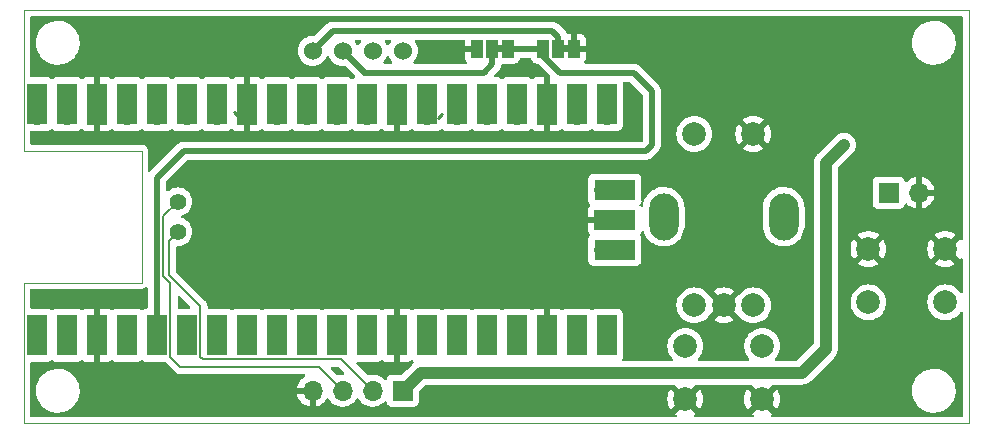
<source format=gbl>
G04 #@! TF.GenerationSoftware,KiCad,Pcbnew,(6.0.1-0)*
G04 #@! TF.CreationDate,2022-03-02T13:09:52+07:00*
G04 #@! TF.ProjectId,V0_Display,56305f44-6973-4706-9c61-792e6b696361,rev?*
G04 #@! TF.SameCoordinates,Original*
G04 #@! TF.FileFunction,Copper,L2,Bot*
G04 #@! TF.FilePolarity,Positive*
%FSLAX46Y46*%
G04 Gerber Fmt 4.6, Leading zero omitted, Abs format (unit mm)*
G04 Created by KiCad (PCBNEW (6.0.1-0)) date 2022-03-02 13:09:52*
%MOMM*%
%LPD*%
G01*
G04 APERTURE LIST*
G04 #@! TA.AperFunction,Profile*
%ADD10C,0.050000*%
G04 #@! TD*
G04 #@! TA.AperFunction,ComponentPad*
%ADD11C,2.000000*%
G04 #@! TD*
G04 #@! TA.AperFunction,ComponentPad*
%ADD12O,2.500000X4.000000*%
G04 #@! TD*
G04 #@! TA.AperFunction,ComponentPad*
%ADD13C,1.400000*%
G04 #@! TD*
G04 #@! TA.AperFunction,ComponentPad*
%ADD14C,1.524000*%
G04 #@! TD*
G04 #@! TA.AperFunction,ComponentPad*
%ADD15R,1.700000X1.700000*%
G04 #@! TD*
G04 #@! TA.AperFunction,ComponentPad*
%ADD16O,1.700000X1.700000*%
G04 #@! TD*
G04 #@! TA.AperFunction,SMDPad,CuDef*
%ADD17R,1.000000X1.500000*%
G04 #@! TD*
G04 #@! TA.AperFunction,SMDPad,CuDef*
%ADD18R,1.700000X3.500000*%
G04 #@! TD*
G04 #@! TA.AperFunction,SMDPad,CuDef*
%ADD19R,3.500000X1.700000*%
G04 #@! TD*
G04 #@! TA.AperFunction,ViaPad*
%ADD20C,0.800000*%
G04 #@! TD*
G04 #@! TA.AperFunction,Conductor*
%ADD21C,0.200000*%
G04 #@! TD*
G04 #@! TA.AperFunction,Conductor*
%ADD22C,0.250000*%
G04 #@! TD*
G04 #@! TA.AperFunction,Conductor*
%ADD23C,1.000000*%
G04 #@! TD*
G04 #@! TA.AperFunction,Conductor*
%ADD24C,0.500000*%
G04 #@! TD*
G04 APERTURE END LIST*
D10*
X85170000Y-61562000D02*
X85170000Y-49650000D01*
X165170000Y-84650000D02*
X85170000Y-84650000D01*
X85170000Y-84650000D02*
X85170000Y-72738000D01*
X85170000Y-61562000D02*
X95144000Y-61562000D01*
X85170000Y-72738000D02*
X95144000Y-72738000D01*
X95144000Y-61562000D02*
X95144000Y-72738000D01*
X85170000Y-49650000D02*
X165170000Y-49650000D01*
X165170000Y-49650000D02*
X165170000Y-84650000D01*
G36*
X125732000Y-53226000D02*
G01*
X125232000Y-53226000D01*
X125232000Y-52626000D01*
X125732000Y-52626000D01*
X125732000Y-53226000D01*
G37*
G36*
X131320000Y-53226000D02*
G01*
X130820000Y-53226000D01*
X130820000Y-52626000D01*
X131320000Y-52626000D01*
X131320000Y-53226000D01*
G37*
D11*
X156670000Y-69900000D03*
X163170000Y-69900000D03*
X163170000Y-74400000D03*
X156670000Y-74400000D03*
X141920000Y-74650000D03*
X146920000Y-74650000D03*
X144420000Y-74650000D03*
D12*
X149500000Y-67150000D03*
X139340000Y-67150000D03*
D11*
X141920000Y-60150000D03*
X146920000Y-60150000D03*
D13*
X98192000Y-65880000D03*
X98192000Y-68420000D03*
D14*
X109622000Y-53108000D03*
X112162000Y-53108000D03*
X114702000Y-53108000D03*
X117242000Y-53108000D03*
D15*
X117232000Y-81882000D03*
D16*
X114692000Y-81882000D03*
X112152000Y-81882000D03*
X109612000Y-81882000D03*
D11*
X147670000Y-78108000D03*
X141170000Y-78108000D03*
X147670000Y-82608000D03*
X141170000Y-82608000D03*
D17*
X126132000Y-52926000D03*
X124832000Y-52926000D03*
X123532000Y-52926000D03*
D15*
X158385000Y-65118000D03*
D16*
X160925000Y-65118000D03*
D17*
X131720000Y-52926000D03*
X130420000Y-52926000D03*
X129120000Y-52926000D03*
D18*
X86254000Y-57610000D03*
D16*
X86254000Y-58510000D03*
D18*
X88794000Y-57610000D03*
D16*
X88794000Y-58510000D03*
D15*
X91334000Y-58510000D03*
D18*
X91334000Y-57610000D03*
D16*
X93874000Y-58510000D03*
D18*
X93874000Y-57610000D03*
D16*
X96414000Y-58510000D03*
D18*
X96414000Y-57610000D03*
X98954000Y-57610000D03*
D16*
X98954000Y-58510000D03*
D18*
X101494000Y-57610000D03*
D16*
X101494000Y-58510000D03*
D15*
X104034000Y-58510000D03*
D18*
X104034000Y-57610000D03*
D16*
X106574000Y-58510000D03*
D18*
X106574000Y-57610000D03*
X109114000Y-57610000D03*
D16*
X109114000Y-58510000D03*
X111654000Y-58510000D03*
D18*
X111654000Y-57610000D03*
X114194000Y-57610000D03*
D16*
X114194000Y-58510000D03*
D18*
X116734000Y-57610000D03*
D15*
X116734000Y-58510000D03*
D16*
X119274000Y-58510000D03*
D18*
X119274000Y-57610000D03*
D16*
X121814000Y-58510000D03*
D18*
X121814000Y-57610000D03*
X124354000Y-57610000D03*
D16*
X124354000Y-58510000D03*
D18*
X126894000Y-57610000D03*
D16*
X126894000Y-58510000D03*
D15*
X129434000Y-58510000D03*
D18*
X129434000Y-57610000D03*
X131974000Y-57610000D03*
D16*
X131974000Y-58510000D03*
X134514000Y-58510000D03*
D18*
X134514000Y-57610000D03*
D16*
X134514000Y-76290000D03*
D18*
X134514000Y-77190000D03*
X131974000Y-77190000D03*
D16*
X131974000Y-76290000D03*
D18*
X129434000Y-77190000D03*
D15*
X129434000Y-76290000D03*
D18*
X126894000Y-77190000D03*
D16*
X126894000Y-76290000D03*
X124354000Y-76290000D03*
D18*
X124354000Y-77190000D03*
X121814000Y-77190000D03*
D16*
X121814000Y-76290000D03*
D18*
X119274000Y-77190000D03*
D16*
X119274000Y-76290000D03*
D18*
X116734000Y-77190000D03*
D15*
X116734000Y-76290000D03*
D16*
X114194000Y-76290000D03*
D18*
X114194000Y-77190000D03*
D16*
X111654000Y-76290000D03*
D18*
X111654000Y-77190000D03*
D16*
X109114000Y-76290000D03*
D18*
X109114000Y-77190000D03*
D16*
X106574000Y-76290000D03*
D18*
X106574000Y-77190000D03*
D15*
X104034000Y-76290000D03*
D18*
X104034000Y-77190000D03*
D16*
X101494000Y-76290000D03*
D18*
X101494000Y-77190000D03*
X98954000Y-77190000D03*
D16*
X98954000Y-76290000D03*
D18*
X96414000Y-77190000D03*
D16*
X96414000Y-76290000D03*
D18*
X93874000Y-77190000D03*
D16*
X93874000Y-76290000D03*
D18*
X91334000Y-77190000D03*
D15*
X91334000Y-76290000D03*
D18*
X88794000Y-77190000D03*
D16*
X88794000Y-76290000D03*
D18*
X86254000Y-77190000D03*
D16*
X86254000Y-76290000D03*
X134284000Y-64860000D03*
D19*
X135184000Y-64860000D03*
D15*
X134284000Y-67400000D03*
D19*
X135184000Y-67400000D03*
D16*
X134284000Y-69940000D03*
D19*
X135184000Y-69940000D03*
D20*
X161184000Y-76294000D03*
X119528000Y-52926000D03*
X158644000Y-76294000D03*
X121560000Y-52926000D03*
X153056000Y-62578000D03*
X154587000Y-61061000D03*
D21*
X98192000Y-65880000D02*
X96963520Y-67108480D01*
X96963520Y-67108480D02*
X96963520Y-72164512D01*
X96963520Y-72164512D02*
X97563511Y-72764503D01*
X97563511Y-72764503D02*
X97563511Y-78998533D01*
X97563511Y-78998533D02*
X98414978Y-79850000D01*
X98414978Y-79850000D02*
X110120000Y-79850000D01*
X110120000Y-79850000D02*
X112152000Y-81882000D01*
X98192000Y-68420000D02*
X97430000Y-69182000D01*
X97430000Y-69182000D02*
X97430000Y-72065986D01*
X97430000Y-72065986D02*
X100103511Y-74739497D01*
X100103511Y-74739497D02*
X100103511Y-78998533D01*
X100103511Y-78998533D02*
X100344489Y-79239511D01*
X100344489Y-79239511D02*
X112049511Y-79239511D01*
X112049511Y-79239511D02*
X114692000Y-81882000D01*
D22*
X103220000Y-58540000D02*
X102950000Y-58270000D01*
D23*
X153056000Y-78326000D02*
X153056000Y-62592000D01*
X117830511Y-81283489D02*
X118756000Y-80358000D01*
X118756000Y-80358000D02*
X151024000Y-80358000D01*
X151024000Y-80358000D02*
X153056000Y-78326000D01*
X153056000Y-62592000D02*
X154587000Y-61061000D01*
D22*
X117232000Y-81882000D02*
X117830511Y-81283489D01*
D24*
X136800000Y-54958000D02*
X130552978Y-54958000D01*
X130552978Y-54958000D02*
X129120000Y-53525022D01*
X137816000Y-61562000D02*
X138324000Y-61054000D01*
X96414000Y-63848000D02*
X98700000Y-61562000D01*
X98700000Y-61562000D02*
X137816000Y-61562000D01*
X129120000Y-52926000D02*
X126132000Y-52926000D01*
X96414000Y-76290000D02*
X96414000Y-63848000D01*
X138324000Y-56482000D02*
X136800000Y-54958000D01*
X138324000Y-61054000D02*
X138324000Y-56482000D01*
D22*
X129120000Y-53525022D02*
X129120000Y-52926000D01*
X134284000Y-69940000D02*
X135893022Y-69940000D01*
D24*
X113940000Y-54958000D02*
X124100000Y-54958000D01*
X124100000Y-54958000D02*
X124832000Y-54226000D01*
X124832000Y-54226000D02*
X124832000Y-52926000D01*
X113940000Y-54886000D02*
X112162000Y-53108000D01*
X111328000Y-51402000D02*
X109622000Y-53108000D01*
X130420000Y-51926000D02*
X129896000Y-51402000D01*
X130420000Y-52926000D02*
X130420000Y-51926000D01*
X129896000Y-51402000D02*
X111328000Y-51402000D01*
D22*
X120205000Y-58815000D02*
X120582000Y-58438000D01*
G04 #@! TA.AperFunction,Conductor*
G36*
X164604121Y-50178002D02*
G01*
X164650614Y-50231658D01*
X164662000Y-50284000D01*
X164662000Y-69001829D01*
X164641998Y-69069950D01*
X164588342Y-69116443D01*
X164518068Y-69126547D01*
X164453488Y-69097053D01*
X164428568Y-69067665D01*
X164412567Y-69041554D01*
X164402110Y-69032093D01*
X164393334Y-69035876D01*
X163542022Y-69887188D01*
X163534408Y-69901132D01*
X163534539Y-69902965D01*
X163538790Y-69909580D01*
X164390290Y-70761080D01*
X164402670Y-70767840D01*
X164410319Y-70762114D01*
X164428568Y-70732335D01*
X164481216Y-70684704D01*
X164551257Y-70673098D01*
X164616455Y-70701202D01*
X164656108Y-70760092D01*
X164662000Y-70798171D01*
X164662000Y-73500870D01*
X164641998Y-73568991D01*
X164588342Y-73615484D01*
X164518068Y-73625588D01*
X164453488Y-73596094D01*
X164428567Y-73566705D01*
X164396758Y-73514798D01*
X164394176Y-73510584D01*
X164239969Y-73330031D01*
X164059416Y-73175824D01*
X164055208Y-73173245D01*
X164055202Y-73173241D01*
X163861183Y-73054346D01*
X163856963Y-73051760D01*
X163852393Y-73049867D01*
X163852389Y-73049865D01*
X163642167Y-72962789D01*
X163642165Y-72962788D01*
X163637594Y-72960895D01*
X163557391Y-72941640D01*
X163411524Y-72906620D01*
X163411518Y-72906619D01*
X163406711Y-72905465D01*
X163170000Y-72886835D01*
X162933289Y-72905465D01*
X162928482Y-72906619D01*
X162928476Y-72906620D01*
X162782609Y-72941640D01*
X162702406Y-72960895D01*
X162697835Y-72962788D01*
X162697833Y-72962789D01*
X162487611Y-73049865D01*
X162487607Y-73049867D01*
X162483037Y-73051760D01*
X162478817Y-73054346D01*
X162284798Y-73173241D01*
X162284792Y-73173245D01*
X162280584Y-73175824D01*
X162100031Y-73330031D01*
X161945824Y-73510584D01*
X161943245Y-73514792D01*
X161943241Y-73514798D01*
X161893423Y-73596094D01*
X161821760Y-73713037D01*
X161819867Y-73717607D01*
X161819865Y-73717611D01*
X161751094Y-73883641D01*
X161730895Y-73932406D01*
X161675465Y-74163289D01*
X161656835Y-74400000D01*
X161675465Y-74636711D01*
X161676619Y-74641518D01*
X161676620Y-74641524D01*
X161678655Y-74650000D01*
X161730895Y-74867594D01*
X161732788Y-74872165D01*
X161732789Y-74872167D01*
X161794861Y-75022022D01*
X161821760Y-75086963D01*
X161824346Y-75091183D01*
X161943241Y-75285202D01*
X161943245Y-75285208D01*
X161945824Y-75289416D01*
X162100031Y-75469969D01*
X162280584Y-75624176D01*
X162284792Y-75626755D01*
X162284798Y-75626759D01*
X162430774Y-75716213D01*
X162483037Y-75748240D01*
X162487607Y-75750133D01*
X162487611Y-75750135D01*
X162697833Y-75837211D01*
X162702406Y-75839105D01*
X162782609Y-75858360D01*
X162928476Y-75893380D01*
X162928482Y-75893381D01*
X162933289Y-75894535D01*
X163170000Y-75913165D01*
X163406711Y-75894535D01*
X163411518Y-75893381D01*
X163411524Y-75893380D01*
X163557391Y-75858360D01*
X163637594Y-75839105D01*
X163642167Y-75837211D01*
X163852389Y-75750135D01*
X163852393Y-75750133D01*
X163856963Y-75748240D01*
X163909226Y-75716213D01*
X164055202Y-75626759D01*
X164055208Y-75626755D01*
X164059416Y-75624176D01*
X164239969Y-75469969D01*
X164394176Y-75289416D01*
X164428567Y-75233295D01*
X164481215Y-75185664D01*
X164551256Y-75174057D01*
X164616454Y-75202160D01*
X164656108Y-75261050D01*
X164662000Y-75299130D01*
X164662000Y-84016000D01*
X164641998Y-84084121D01*
X164588342Y-84130614D01*
X164536000Y-84142000D01*
X148499633Y-84142000D01*
X148431512Y-84121998D01*
X148385019Y-84068342D01*
X148374915Y-83998068D01*
X148404409Y-83933488D01*
X148433798Y-83908567D01*
X148528447Y-83850565D01*
X148537907Y-83840110D01*
X148534124Y-83831334D01*
X147682812Y-82980022D01*
X147668868Y-82972408D01*
X147667035Y-82972539D01*
X147660420Y-82976790D01*
X146808920Y-83828290D01*
X146802160Y-83840670D01*
X146807886Y-83848318D01*
X146906202Y-83908567D01*
X146953833Y-83961215D01*
X146965440Y-84031257D01*
X146937337Y-84096454D01*
X146878446Y-84136108D01*
X146840367Y-84142000D01*
X141999633Y-84142000D01*
X141931512Y-84121998D01*
X141885019Y-84068342D01*
X141874915Y-83998068D01*
X141904409Y-83933488D01*
X141933798Y-83908567D01*
X142028447Y-83850565D01*
X142037907Y-83840110D01*
X142034124Y-83831334D01*
X141182812Y-82980022D01*
X141168868Y-82972408D01*
X141167035Y-82972539D01*
X141160420Y-82976790D01*
X140308920Y-83828290D01*
X140302160Y-83840670D01*
X140307886Y-83848318D01*
X140406202Y-83908567D01*
X140453833Y-83961215D01*
X140465440Y-84031257D01*
X140437337Y-84096454D01*
X140378446Y-84136108D01*
X140340367Y-84142000D01*
X85804000Y-84142000D01*
X85735879Y-84121998D01*
X85689386Y-84068342D01*
X85678000Y-84016000D01*
X85678000Y-81924277D01*
X86169009Y-81924277D01*
X86194625Y-82192769D01*
X86195710Y-82197203D01*
X86195711Y-82197209D01*
X86241372Y-82383811D01*
X86258731Y-82454750D01*
X86359985Y-82704733D01*
X86496265Y-82937482D01*
X86586162Y-83049892D01*
X86633217Y-83108731D01*
X86664716Y-83148119D01*
X86861809Y-83332234D01*
X87083416Y-83485968D01*
X87087499Y-83487999D01*
X87087502Y-83488001D01*
X87203013Y-83545466D01*
X87324894Y-83606101D01*
X87329228Y-83607522D01*
X87329231Y-83607523D01*
X87576853Y-83688698D01*
X87576859Y-83688699D01*
X87581186Y-83690118D01*
X87585677Y-83690898D01*
X87585678Y-83690898D01*
X87843140Y-83735601D01*
X87843148Y-83735602D01*
X87846921Y-83736257D01*
X87850758Y-83736448D01*
X87930578Y-83740422D01*
X87930586Y-83740422D01*
X87932149Y-83740500D01*
X88100512Y-83740500D01*
X88102780Y-83740335D01*
X88102792Y-83740335D01*
X88233884Y-83730823D01*
X88301004Y-83725953D01*
X88305459Y-83724969D01*
X88305462Y-83724969D01*
X88559912Y-83668791D01*
X88559916Y-83668790D01*
X88564372Y-83667806D01*
X88690480Y-83620028D01*
X88812318Y-83573868D01*
X88812321Y-83573867D01*
X88816588Y-83572250D01*
X89052368Y-83441286D01*
X89266773Y-83277657D01*
X89455312Y-83084792D01*
X89614034Y-82866730D01*
X89669507Y-82761292D01*
X89737490Y-82632079D01*
X89737493Y-82632073D01*
X89739615Y-82628039D01*
X89743309Y-82617580D01*
X89827902Y-82378033D01*
X89827902Y-82378032D01*
X89829425Y-82373720D01*
X89872709Y-82154115D01*
X89873527Y-82149966D01*
X108280257Y-82149966D01*
X108310565Y-82284446D01*
X108313645Y-82294275D01*
X108393770Y-82491603D01*
X108398413Y-82500794D01*
X108509694Y-82682388D01*
X108515777Y-82690699D01*
X108655213Y-82851667D01*
X108662580Y-82858883D01*
X108826434Y-82994916D01*
X108834881Y-83000831D01*
X109018756Y-83108279D01*
X109028042Y-83112729D01*
X109227001Y-83188703D01*
X109236899Y-83191579D01*
X109340250Y-83212606D01*
X109354299Y-83211410D01*
X109358000Y-83201065D01*
X109358000Y-82154115D01*
X109353525Y-82138876D01*
X109352135Y-82137671D01*
X109344452Y-82136000D01*
X108295225Y-82136000D01*
X108281694Y-82139973D01*
X108280257Y-82149966D01*
X89873527Y-82149966D01*
X89880700Y-82113572D01*
X89880701Y-82113566D01*
X89881581Y-82109100D01*
X89883442Y-82071715D01*
X89894764Y-81844292D01*
X89894764Y-81844286D01*
X89894991Y-81839723D01*
X89869375Y-81571231D01*
X89831506Y-81416470D01*
X89806355Y-81313688D01*
X89805269Y-81309250D01*
X89704015Y-81059267D01*
X89567735Y-80826518D01*
X89449928Y-80679208D01*
X89402136Y-80619447D01*
X89402135Y-80619445D01*
X89399284Y-80615881D01*
X89202191Y-80431766D01*
X88980584Y-80278032D01*
X88976501Y-80276001D01*
X88976498Y-80275999D01*
X88811606Y-80193967D01*
X88739106Y-80157899D01*
X88734772Y-80156478D01*
X88734769Y-80156477D01*
X88487147Y-80075302D01*
X88487141Y-80075301D01*
X88482814Y-80073882D01*
X88478322Y-80073102D01*
X88220860Y-80028399D01*
X88220852Y-80028398D01*
X88217079Y-80027743D01*
X88205817Y-80027182D01*
X88133422Y-80023578D01*
X88133414Y-80023578D01*
X88131851Y-80023500D01*
X87963488Y-80023500D01*
X87961220Y-80023665D01*
X87961208Y-80023665D01*
X87830116Y-80033177D01*
X87762996Y-80038047D01*
X87758541Y-80039031D01*
X87758538Y-80039031D01*
X87504088Y-80095209D01*
X87504084Y-80095210D01*
X87499628Y-80096194D01*
X87373520Y-80143972D01*
X87251682Y-80190132D01*
X87251679Y-80190133D01*
X87247412Y-80191750D01*
X87011632Y-80322714D01*
X87008000Y-80325486D01*
X86855915Y-80441554D01*
X86797227Y-80486343D01*
X86794034Y-80489609D01*
X86794032Y-80489611D01*
X86751588Y-80533029D01*
X86608688Y-80679208D01*
X86449966Y-80897270D01*
X86425130Y-80944476D01*
X86326510Y-81131921D01*
X86326507Y-81131927D01*
X86324385Y-81135961D01*
X86322865Y-81140266D01*
X86322863Y-81140270D01*
X86247492Y-81353703D01*
X86234575Y-81390280D01*
X86229413Y-81416470D01*
X86183779Y-81648002D01*
X86182419Y-81654900D01*
X86182192Y-81659453D01*
X86182192Y-81659456D01*
X86169579Y-81912831D01*
X86169009Y-81924277D01*
X85678000Y-81924277D01*
X85678000Y-79574500D01*
X85698002Y-79506379D01*
X85751658Y-79459886D01*
X85804000Y-79448500D01*
X87152134Y-79448500D01*
X87214316Y-79441745D01*
X87350705Y-79390615D01*
X87448436Y-79317370D01*
X87514941Y-79292522D01*
X87584324Y-79307575D01*
X87599562Y-79317368D01*
X87697295Y-79390615D01*
X87833684Y-79441745D01*
X87895866Y-79448500D01*
X89692134Y-79448500D01*
X89754316Y-79441745D01*
X89890705Y-79390615D01*
X89972253Y-79329498D01*
X89988852Y-79317058D01*
X90055358Y-79292210D01*
X90124741Y-79307263D01*
X90139982Y-79317058D01*
X90230351Y-79384786D01*
X90245946Y-79393324D01*
X90366394Y-79438478D01*
X90381649Y-79442105D01*
X90432514Y-79447631D01*
X90439328Y-79448000D01*
X91061885Y-79448000D01*
X91077124Y-79443525D01*
X91078329Y-79442135D01*
X91080000Y-79434452D01*
X91080000Y-74950116D01*
X91075525Y-74934877D01*
X91074135Y-74933672D01*
X91066452Y-74932001D01*
X90439331Y-74932001D01*
X90432510Y-74932371D01*
X90381648Y-74937895D01*
X90366396Y-74941521D01*
X90245946Y-74986676D01*
X90230351Y-74995214D01*
X90139982Y-75062942D01*
X90073475Y-75087790D01*
X90004093Y-75072737D01*
X89988852Y-75062942D01*
X89924093Y-75014408D01*
X89890705Y-74989385D01*
X89754316Y-74938255D01*
X89692134Y-74931500D01*
X88808985Y-74931500D01*
X88807446Y-74931491D01*
X88704081Y-74930228D01*
X88704079Y-74930228D01*
X88698911Y-74930165D01*
X88693797Y-74930948D01*
X88690289Y-74931193D01*
X88681496Y-74931500D01*
X87895866Y-74931500D01*
X87833684Y-74938255D01*
X87697295Y-74989385D01*
X87653748Y-75022022D01*
X87599565Y-75062630D01*
X87533059Y-75087478D01*
X87463676Y-75072425D01*
X87448435Y-75062630D01*
X87394252Y-75022022D01*
X87350705Y-74989385D01*
X87214316Y-74938255D01*
X87152134Y-74931500D01*
X86268985Y-74931500D01*
X86267446Y-74931491D01*
X86164081Y-74930228D01*
X86164079Y-74930228D01*
X86158911Y-74930165D01*
X86153797Y-74930948D01*
X86150289Y-74931193D01*
X86141496Y-74931500D01*
X85804000Y-74931500D01*
X85735879Y-74911498D01*
X85689386Y-74857842D01*
X85678000Y-74805500D01*
X85678000Y-73372000D01*
X85698002Y-73303879D01*
X85751658Y-73257386D01*
X85804000Y-73246000D01*
X95135298Y-73246000D01*
X95136069Y-73246002D01*
X95213652Y-73246476D01*
X95222281Y-73244010D01*
X95222286Y-73244009D01*
X95242048Y-73238361D01*
X95258809Y-73234783D01*
X95279152Y-73231870D01*
X95279162Y-73231867D01*
X95288045Y-73230595D01*
X95311395Y-73219979D01*
X95328907Y-73213536D01*
X95344937Y-73208954D01*
X95353565Y-73206488D01*
X95378548Y-73190726D01*
X95393614Y-73182596D01*
X95420510Y-73170367D01*
X95439939Y-73153626D01*
X95454946Y-73142522D01*
X95462267Y-73137903D01*
X95530552Y-73118470D01*
X95598503Y-73139041D01*
X95644547Y-73193083D01*
X95655500Y-73244466D01*
X95655500Y-74805500D01*
X95635498Y-74873621D01*
X95581842Y-74920114D01*
X95529500Y-74931500D01*
X95515866Y-74931500D01*
X95453684Y-74938255D01*
X95317295Y-74989385D01*
X95273748Y-75022022D01*
X95219565Y-75062630D01*
X95153059Y-75087478D01*
X95083676Y-75072425D01*
X95068435Y-75062630D01*
X95014252Y-75022022D01*
X94970705Y-74989385D01*
X94834316Y-74938255D01*
X94772134Y-74931500D01*
X93888985Y-74931500D01*
X93887446Y-74931491D01*
X93784081Y-74930228D01*
X93784079Y-74930228D01*
X93778911Y-74930165D01*
X93773797Y-74930948D01*
X93770289Y-74931193D01*
X93761496Y-74931500D01*
X92975866Y-74931500D01*
X92913684Y-74938255D01*
X92777295Y-74989385D01*
X92743907Y-75014408D01*
X92679148Y-75062942D01*
X92612642Y-75087790D01*
X92543259Y-75072737D01*
X92528018Y-75062942D01*
X92437649Y-74995214D01*
X92422054Y-74986676D01*
X92301606Y-74941522D01*
X92286351Y-74937895D01*
X92235486Y-74932369D01*
X92228672Y-74932000D01*
X91606115Y-74932000D01*
X91590876Y-74936475D01*
X91589671Y-74937865D01*
X91588000Y-74945548D01*
X91588000Y-79429884D01*
X91592475Y-79445123D01*
X91593865Y-79446328D01*
X91601548Y-79447999D01*
X92228669Y-79447999D01*
X92235490Y-79447629D01*
X92286352Y-79442105D01*
X92301604Y-79438479D01*
X92422054Y-79393324D01*
X92437649Y-79384786D01*
X92528018Y-79317058D01*
X92594525Y-79292210D01*
X92663907Y-79307263D01*
X92679148Y-79317058D01*
X92695747Y-79329498D01*
X92777295Y-79390615D01*
X92913684Y-79441745D01*
X92975866Y-79448500D01*
X94772134Y-79448500D01*
X94834316Y-79441745D01*
X94970705Y-79390615D01*
X95068436Y-79317370D01*
X95134941Y-79292522D01*
X95204324Y-79307575D01*
X95219562Y-79317368D01*
X95317295Y-79390615D01*
X95453684Y-79441745D01*
X95515866Y-79448500D01*
X97100739Y-79448500D01*
X97168860Y-79468502D01*
X97189834Y-79485405D01*
X97950663Y-80246234D01*
X97961530Y-80258625D01*
X97980991Y-80283987D01*
X97987541Y-80289013D01*
X98012903Y-80308474D01*
X98012906Y-80308477D01*
X98094047Y-80370739D01*
X98108102Y-80381524D01*
X98169416Y-80406921D01*
X98248498Y-80439678D01*
X98248501Y-80439679D01*
X98256128Y-80442838D01*
X98375093Y-80458500D01*
X98375098Y-80458500D01*
X98375107Y-80458501D01*
X98406790Y-80462672D01*
X98414978Y-80463750D01*
X98446671Y-80459578D01*
X98463114Y-80458500D01*
X108890449Y-80458500D01*
X108958570Y-80478502D01*
X109005063Y-80532158D01*
X109015167Y-80602432D01*
X108985673Y-80667012D01*
X108948629Y-80696264D01*
X108890454Y-80726548D01*
X108881738Y-80732036D01*
X108711433Y-80859905D01*
X108703726Y-80866748D01*
X108556590Y-81020717D01*
X108550104Y-81028727D01*
X108430098Y-81204649D01*
X108425000Y-81213623D01*
X108335338Y-81406783D01*
X108331775Y-81416470D01*
X108276389Y-81616183D01*
X108277912Y-81624607D01*
X108290292Y-81628000D01*
X109740000Y-81628000D01*
X109808121Y-81648002D01*
X109854614Y-81701658D01*
X109866000Y-81754000D01*
X109866000Y-83200517D01*
X109870064Y-83214359D01*
X109883478Y-83216393D01*
X109890184Y-83215534D01*
X109900262Y-83213392D01*
X110104255Y-83152191D01*
X110113842Y-83148433D01*
X110305095Y-83054739D01*
X110313945Y-83049464D01*
X110487328Y-82925792D01*
X110495200Y-82919139D01*
X110646052Y-82768812D01*
X110652730Y-82760965D01*
X110780022Y-82583819D01*
X110781279Y-82584722D01*
X110828373Y-82541362D01*
X110898311Y-82529145D01*
X110963751Y-82556678D01*
X110991579Y-82588511D01*
X111051987Y-82687088D01*
X111198250Y-82855938D01*
X111370126Y-82998632D01*
X111563000Y-83111338D01*
X111771692Y-83191030D01*
X111776760Y-83192061D01*
X111776763Y-83192062D01*
X111871862Y-83211410D01*
X111990597Y-83235567D01*
X111995772Y-83235757D01*
X111995774Y-83235757D01*
X112208673Y-83243564D01*
X112208677Y-83243564D01*
X112213837Y-83243753D01*
X112218957Y-83243097D01*
X112218959Y-83243097D01*
X112430288Y-83216025D01*
X112430289Y-83216025D01*
X112435416Y-83215368D01*
X112440366Y-83213883D01*
X112644429Y-83152661D01*
X112644434Y-83152659D01*
X112649384Y-83151174D01*
X112849994Y-83052896D01*
X113031860Y-82923173D01*
X113190096Y-82765489D01*
X113320453Y-82584077D01*
X113321776Y-82585028D01*
X113368645Y-82541857D01*
X113438580Y-82529625D01*
X113504026Y-82557144D01*
X113531875Y-82588994D01*
X113591987Y-82687088D01*
X113738250Y-82855938D01*
X113910126Y-82998632D01*
X114103000Y-83111338D01*
X114311692Y-83191030D01*
X114316760Y-83192061D01*
X114316763Y-83192062D01*
X114411862Y-83211410D01*
X114530597Y-83235567D01*
X114535772Y-83235757D01*
X114535774Y-83235757D01*
X114748673Y-83243564D01*
X114748677Y-83243564D01*
X114753837Y-83243753D01*
X114758957Y-83243097D01*
X114758959Y-83243097D01*
X114970288Y-83216025D01*
X114970289Y-83216025D01*
X114975416Y-83215368D01*
X114980366Y-83213883D01*
X115184429Y-83152661D01*
X115184434Y-83152659D01*
X115189384Y-83151174D01*
X115389994Y-83052896D01*
X115571860Y-82923173D01*
X115680091Y-82815319D01*
X115742462Y-82781404D01*
X115813268Y-82786592D01*
X115870030Y-82829238D01*
X115887012Y-82860341D01*
X115931385Y-82978705D01*
X116018739Y-83095261D01*
X116135295Y-83182615D01*
X116271684Y-83233745D01*
X116333866Y-83240500D01*
X118130134Y-83240500D01*
X118192316Y-83233745D01*
X118328705Y-83182615D01*
X118445261Y-83095261D01*
X118532615Y-82978705D01*
X118583745Y-82842316D01*
X118590500Y-82780134D01*
X118590500Y-82612930D01*
X139657725Y-82612930D01*
X139675572Y-82839699D01*
X139677115Y-82849446D01*
X139730217Y-83070627D01*
X139733266Y-83080012D01*
X139820313Y-83290163D01*
X139824795Y-83298958D01*
X139927432Y-83466445D01*
X139937890Y-83475907D01*
X139946666Y-83472124D01*
X140797978Y-82620812D01*
X140804356Y-82609132D01*
X141534408Y-82609132D01*
X141534539Y-82610965D01*
X141538790Y-82617580D01*
X142390290Y-83469080D01*
X142402670Y-83475840D01*
X142410320Y-83470113D01*
X142515205Y-83298958D01*
X142519687Y-83290163D01*
X142606734Y-83080012D01*
X142609783Y-83070627D01*
X142662885Y-82849446D01*
X142664428Y-82839699D01*
X142682275Y-82612930D01*
X146157725Y-82612930D01*
X146175572Y-82839699D01*
X146177115Y-82849446D01*
X146230217Y-83070627D01*
X146233266Y-83080012D01*
X146320313Y-83290163D01*
X146324795Y-83298958D01*
X146427432Y-83466445D01*
X146437890Y-83475907D01*
X146446666Y-83472124D01*
X147297978Y-82620812D01*
X147304356Y-82609132D01*
X148034408Y-82609132D01*
X148034539Y-82610965D01*
X148038790Y-82617580D01*
X148890290Y-83469080D01*
X148902670Y-83475840D01*
X148910320Y-83470113D01*
X149015205Y-83298958D01*
X149019687Y-83290163D01*
X149106734Y-83080012D01*
X149109783Y-83070627D01*
X149162885Y-82849446D01*
X149164428Y-82839699D01*
X149182275Y-82612930D01*
X149182275Y-82603070D01*
X149164428Y-82376301D01*
X149162885Y-82366554D01*
X149109783Y-82145373D01*
X149106734Y-82135988D01*
X149019687Y-81925837D01*
X149018892Y-81924277D01*
X160337009Y-81924277D01*
X160362625Y-82192769D01*
X160363710Y-82197203D01*
X160363711Y-82197209D01*
X160409372Y-82383811D01*
X160426731Y-82454750D01*
X160527985Y-82704733D01*
X160664265Y-82937482D01*
X160754162Y-83049892D01*
X160801217Y-83108731D01*
X160832716Y-83148119D01*
X161029809Y-83332234D01*
X161251416Y-83485968D01*
X161255499Y-83487999D01*
X161255502Y-83488001D01*
X161371013Y-83545466D01*
X161492894Y-83606101D01*
X161497228Y-83607522D01*
X161497231Y-83607523D01*
X161744853Y-83688698D01*
X161744859Y-83688699D01*
X161749186Y-83690118D01*
X161753677Y-83690898D01*
X161753678Y-83690898D01*
X162011140Y-83735601D01*
X162011148Y-83735602D01*
X162014921Y-83736257D01*
X162018758Y-83736448D01*
X162098578Y-83740422D01*
X162098586Y-83740422D01*
X162100149Y-83740500D01*
X162268512Y-83740500D01*
X162270780Y-83740335D01*
X162270792Y-83740335D01*
X162401884Y-83730823D01*
X162469004Y-83725953D01*
X162473459Y-83724969D01*
X162473462Y-83724969D01*
X162727912Y-83668791D01*
X162727916Y-83668790D01*
X162732372Y-83667806D01*
X162858480Y-83620028D01*
X162980318Y-83573868D01*
X162980321Y-83573867D01*
X162984588Y-83572250D01*
X163220368Y-83441286D01*
X163434773Y-83277657D01*
X163623312Y-83084792D01*
X163782034Y-82866730D01*
X163837507Y-82761292D01*
X163905490Y-82632079D01*
X163905493Y-82632073D01*
X163907615Y-82628039D01*
X163911309Y-82617580D01*
X163995902Y-82378033D01*
X163995902Y-82378032D01*
X163997425Y-82373720D01*
X164040709Y-82154115D01*
X164048700Y-82113572D01*
X164048701Y-82113566D01*
X164049581Y-82109100D01*
X164051442Y-82071715D01*
X164062764Y-81844292D01*
X164062764Y-81844286D01*
X164062991Y-81839723D01*
X164037375Y-81571231D01*
X163999506Y-81416470D01*
X163974355Y-81313688D01*
X163973269Y-81309250D01*
X163872015Y-81059267D01*
X163735735Y-80826518D01*
X163617928Y-80679208D01*
X163570136Y-80619447D01*
X163570135Y-80619445D01*
X163567284Y-80615881D01*
X163370191Y-80431766D01*
X163148584Y-80278032D01*
X163144501Y-80276001D01*
X163144498Y-80275999D01*
X162979606Y-80193967D01*
X162907106Y-80157899D01*
X162902772Y-80156478D01*
X162902769Y-80156477D01*
X162655147Y-80075302D01*
X162655141Y-80075301D01*
X162650814Y-80073882D01*
X162646322Y-80073102D01*
X162388860Y-80028399D01*
X162388852Y-80028398D01*
X162385079Y-80027743D01*
X162373817Y-80027182D01*
X162301422Y-80023578D01*
X162301414Y-80023578D01*
X162299851Y-80023500D01*
X162131488Y-80023500D01*
X162129220Y-80023665D01*
X162129208Y-80023665D01*
X161998116Y-80033177D01*
X161930996Y-80038047D01*
X161926541Y-80039031D01*
X161926538Y-80039031D01*
X161672088Y-80095209D01*
X161672084Y-80095210D01*
X161667628Y-80096194D01*
X161541520Y-80143972D01*
X161419682Y-80190132D01*
X161419679Y-80190133D01*
X161415412Y-80191750D01*
X161179632Y-80322714D01*
X161176000Y-80325486D01*
X161023915Y-80441554D01*
X160965227Y-80486343D01*
X160962034Y-80489609D01*
X160962032Y-80489611D01*
X160919588Y-80533029D01*
X160776688Y-80679208D01*
X160617966Y-80897270D01*
X160593130Y-80944476D01*
X160494510Y-81131921D01*
X160494507Y-81131927D01*
X160492385Y-81135961D01*
X160490865Y-81140266D01*
X160490863Y-81140270D01*
X160415492Y-81353703D01*
X160402575Y-81390280D01*
X160397413Y-81416470D01*
X160351779Y-81648002D01*
X160350419Y-81654900D01*
X160350192Y-81659453D01*
X160350192Y-81659456D01*
X160337579Y-81912831D01*
X160337009Y-81924277D01*
X149018892Y-81924277D01*
X149015205Y-81917042D01*
X148912568Y-81749555D01*
X148902110Y-81740093D01*
X148893334Y-81743876D01*
X148042022Y-82595188D01*
X148034408Y-82609132D01*
X147304356Y-82609132D01*
X147305592Y-82606868D01*
X147305461Y-82605035D01*
X147301210Y-82598420D01*
X146449710Y-81746920D01*
X146437330Y-81740160D01*
X146429680Y-81745887D01*
X146324795Y-81917042D01*
X146320313Y-81925837D01*
X146233266Y-82135988D01*
X146230217Y-82145373D01*
X146177115Y-82366554D01*
X146175572Y-82376301D01*
X146157725Y-82603070D01*
X146157725Y-82612930D01*
X142682275Y-82612930D01*
X142682275Y-82603070D01*
X142664428Y-82376301D01*
X142662885Y-82366554D01*
X142609783Y-82145373D01*
X142606734Y-82135988D01*
X142519687Y-81925837D01*
X142515205Y-81917042D01*
X142412568Y-81749555D01*
X142402110Y-81740093D01*
X142393334Y-81743876D01*
X141542022Y-82595188D01*
X141534408Y-82609132D01*
X140804356Y-82609132D01*
X140805592Y-82606868D01*
X140805461Y-82605035D01*
X140801210Y-82598420D01*
X139949710Y-81746920D01*
X139937330Y-81740160D01*
X139929680Y-81745887D01*
X139824795Y-81917042D01*
X139820313Y-81925837D01*
X139733266Y-82135988D01*
X139730217Y-82145373D01*
X139677115Y-82366554D01*
X139675572Y-82376301D01*
X139657725Y-82603070D01*
X139657725Y-82612930D01*
X118590500Y-82612930D01*
X118590500Y-82001926D01*
X118610502Y-81933805D01*
X118627404Y-81912831D01*
X119136829Y-81403405D01*
X119199142Y-81369380D01*
X119225925Y-81366500D01*
X140235520Y-81366500D01*
X140303641Y-81386502D01*
X140324615Y-81403405D01*
X141157188Y-82235978D01*
X141171132Y-82243592D01*
X141172965Y-82243461D01*
X141179580Y-82239210D01*
X142015385Y-81403405D01*
X142077697Y-81369379D01*
X142104480Y-81366500D01*
X146735520Y-81366500D01*
X146803641Y-81386502D01*
X146824615Y-81403405D01*
X147657188Y-82235978D01*
X147671132Y-82243592D01*
X147672965Y-82243461D01*
X147679580Y-82239210D01*
X148515385Y-81403405D01*
X148577697Y-81369379D01*
X148604480Y-81366500D01*
X150962157Y-81366500D01*
X150975764Y-81367237D01*
X151007262Y-81370659D01*
X151007267Y-81370659D01*
X151013388Y-81371324D01*
X151039638Y-81369027D01*
X151063388Y-81366950D01*
X151068214Y-81366621D01*
X151070686Y-81366500D01*
X151073769Y-81366500D01*
X151085738Y-81365326D01*
X151116506Y-81362310D01*
X151117819Y-81362188D01*
X151162084Y-81358315D01*
X151210413Y-81354087D01*
X151215532Y-81352600D01*
X151220833Y-81352080D01*
X151309834Y-81325209D01*
X151310967Y-81324874D01*
X151394414Y-81300630D01*
X151394418Y-81300628D01*
X151400336Y-81298909D01*
X151405068Y-81296456D01*
X151410169Y-81294916D01*
X151415612Y-81292022D01*
X151492260Y-81251269D01*
X151493426Y-81250657D01*
X151570453Y-81210729D01*
X151575926Y-81207892D01*
X151580089Y-81204569D01*
X151584796Y-81202066D01*
X151656918Y-81143245D01*
X151657774Y-81142554D01*
X151696973Y-81111262D01*
X151699477Y-81108758D01*
X151700195Y-81108116D01*
X151704528Y-81104415D01*
X151738062Y-81077065D01*
X151749287Y-81063497D01*
X151767287Y-81041738D01*
X151775277Y-81032958D01*
X153725379Y-79082855D01*
X153735522Y-79073753D01*
X153760218Y-79053897D01*
X153765025Y-79050032D01*
X153797292Y-79011578D01*
X153800472Y-79007931D01*
X153802115Y-79006119D01*
X153804309Y-79003925D01*
X153831642Y-78970651D01*
X153832348Y-78969800D01*
X153888195Y-78903244D01*
X153892154Y-78898526D01*
X153894722Y-78893856D01*
X153898103Y-78889739D01*
X153941977Y-78807914D01*
X153942606Y-78806755D01*
X153984462Y-78730619D01*
X153984465Y-78730611D01*
X153987433Y-78725213D01*
X153989045Y-78720131D01*
X153991562Y-78715437D01*
X154018762Y-78626469D01*
X154019108Y-78625358D01*
X154045373Y-78542563D01*
X154047235Y-78536694D01*
X154047829Y-78531398D01*
X154049387Y-78526302D01*
X154058790Y-78433743D01*
X154058911Y-78432607D01*
X154064500Y-78382773D01*
X154064500Y-78379246D01*
X154064555Y-78378261D01*
X154065002Y-78372581D01*
X154069374Y-78329538D01*
X154065059Y-78283891D01*
X154064500Y-78272033D01*
X154064500Y-74400000D01*
X155156835Y-74400000D01*
X155175465Y-74636711D01*
X155176619Y-74641518D01*
X155176620Y-74641524D01*
X155178655Y-74650000D01*
X155230895Y-74867594D01*
X155232788Y-74872165D01*
X155232789Y-74872167D01*
X155294861Y-75022022D01*
X155321760Y-75086963D01*
X155324346Y-75091183D01*
X155443241Y-75285202D01*
X155443245Y-75285208D01*
X155445824Y-75289416D01*
X155600031Y-75469969D01*
X155780584Y-75624176D01*
X155784792Y-75626755D01*
X155784798Y-75626759D01*
X155930774Y-75716213D01*
X155983037Y-75748240D01*
X155987607Y-75750133D01*
X155987611Y-75750135D01*
X156197833Y-75837211D01*
X156202406Y-75839105D01*
X156282609Y-75858360D01*
X156428476Y-75893380D01*
X156428482Y-75893381D01*
X156433289Y-75894535D01*
X156670000Y-75913165D01*
X156906711Y-75894535D01*
X156911518Y-75893381D01*
X156911524Y-75893380D01*
X157057391Y-75858360D01*
X157137594Y-75839105D01*
X157142167Y-75837211D01*
X157352389Y-75750135D01*
X157352393Y-75750133D01*
X157356963Y-75748240D01*
X157409226Y-75716213D01*
X157555202Y-75626759D01*
X157555208Y-75626755D01*
X157559416Y-75624176D01*
X157739969Y-75469969D01*
X157894176Y-75289416D01*
X157896755Y-75285208D01*
X157896759Y-75285202D01*
X158015654Y-75091183D01*
X158018240Y-75086963D01*
X158045140Y-75022022D01*
X158107211Y-74872167D01*
X158107212Y-74872165D01*
X158109105Y-74867594D01*
X158161345Y-74650000D01*
X158163380Y-74641524D01*
X158163381Y-74641518D01*
X158164535Y-74636711D01*
X158183165Y-74400000D01*
X158164535Y-74163289D01*
X158109105Y-73932406D01*
X158088906Y-73883641D01*
X158020135Y-73717611D01*
X158020133Y-73717607D01*
X158018240Y-73713037D01*
X157946577Y-73596094D01*
X157896759Y-73514798D01*
X157896755Y-73514792D01*
X157894176Y-73510584D01*
X157739969Y-73330031D01*
X157559416Y-73175824D01*
X157555208Y-73173245D01*
X157555202Y-73173241D01*
X157361183Y-73054346D01*
X157356963Y-73051760D01*
X157352393Y-73049867D01*
X157352389Y-73049865D01*
X157142167Y-72962789D01*
X157142165Y-72962788D01*
X157137594Y-72960895D01*
X157057391Y-72941640D01*
X156911524Y-72906620D01*
X156911518Y-72906619D01*
X156906711Y-72905465D01*
X156670000Y-72886835D01*
X156433289Y-72905465D01*
X156428482Y-72906619D01*
X156428476Y-72906620D01*
X156282609Y-72941640D01*
X156202406Y-72960895D01*
X156197835Y-72962788D01*
X156197833Y-72962789D01*
X155987611Y-73049865D01*
X155987607Y-73049867D01*
X155983037Y-73051760D01*
X155978817Y-73054346D01*
X155784798Y-73173241D01*
X155784792Y-73173245D01*
X155780584Y-73175824D01*
X155600031Y-73330031D01*
X155445824Y-73510584D01*
X155443245Y-73514792D01*
X155443241Y-73514798D01*
X155393423Y-73596094D01*
X155321760Y-73713037D01*
X155319867Y-73717607D01*
X155319865Y-73717611D01*
X155251094Y-73883641D01*
X155230895Y-73932406D01*
X155175465Y-74163289D01*
X155156835Y-74400000D01*
X154064500Y-74400000D01*
X154064500Y-71132670D01*
X155802160Y-71132670D01*
X155807887Y-71140320D01*
X155979042Y-71245205D01*
X155987837Y-71249687D01*
X156197988Y-71336734D01*
X156207373Y-71339783D01*
X156428554Y-71392885D01*
X156438301Y-71394428D01*
X156665070Y-71412275D01*
X156674930Y-71412275D01*
X156901699Y-71394428D01*
X156911446Y-71392885D01*
X157132627Y-71339783D01*
X157142012Y-71336734D01*
X157352163Y-71249687D01*
X157360958Y-71245205D01*
X157528445Y-71142568D01*
X157537400Y-71132670D01*
X162302160Y-71132670D01*
X162307887Y-71140320D01*
X162479042Y-71245205D01*
X162487837Y-71249687D01*
X162697988Y-71336734D01*
X162707373Y-71339783D01*
X162928554Y-71392885D01*
X162938301Y-71394428D01*
X163165070Y-71412275D01*
X163174930Y-71412275D01*
X163401699Y-71394428D01*
X163411446Y-71392885D01*
X163632627Y-71339783D01*
X163642012Y-71336734D01*
X163852163Y-71249687D01*
X163860958Y-71245205D01*
X164028445Y-71142568D01*
X164037907Y-71132110D01*
X164034124Y-71123334D01*
X163182812Y-70272022D01*
X163168868Y-70264408D01*
X163167035Y-70264539D01*
X163160420Y-70268790D01*
X162308920Y-71120290D01*
X162302160Y-71132670D01*
X157537400Y-71132670D01*
X157537907Y-71132110D01*
X157534124Y-71123334D01*
X156682812Y-70272022D01*
X156668868Y-70264408D01*
X156667035Y-70264539D01*
X156660420Y-70268790D01*
X155808920Y-71120290D01*
X155802160Y-71132670D01*
X154064500Y-71132670D01*
X154064500Y-69904930D01*
X155157725Y-69904930D01*
X155175572Y-70131699D01*
X155177115Y-70141446D01*
X155230217Y-70362627D01*
X155233266Y-70372012D01*
X155320313Y-70582163D01*
X155324795Y-70590958D01*
X155427432Y-70758445D01*
X155437890Y-70767907D01*
X155446666Y-70764124D01*
X156297978Y-69912812D01*
X156304356Y-69901132D01*
X157034408Y-69901132D01*
X157034539Y-69902965D01*
X157038790Y-69909580D01*
X157890290Y-70761080D01*
X157902670Y-70767840D01*
X157910320Y-70762113D01*
X158015205Y-70590958D01*
X158019687Y-70582163D01*
X158106734Y-70372012D01*
X158109783Y-70362627D01*
X158162885Y-70141446D01*
X158164428Y-70131699D01*
X158182275Y-69904930D01*
X161657725Y-69904930D01*
X161675572Y-70131699D01*
X161677115Y-70141446D01*
X161730217Y-70362627D01*
X161733266Y-70372012D01*
X161820313Y-70582163D01*
X161824795Y-70590958D01*
X161927432Y-70758445D01*
X161937890Y-70767907D01*
X161946666Y-70764124D01*
X162797978Y-69912812D01*
X162805592Y-69898868D01*
X162805461Y-69897035D01*
X162801210Y-69890420D01*
X161949710Y-69038920D01*
X161937330Y-69032160D01*
X161929680Y-69037887D01*
X161824795Y-69209042D01*
X161820313Y-69217837D01*
X161733266Y-69427988D01*
X161730217Y-69437373D01*
X161677115Y-69658554D01*
X161675572Y-69668301D01*
X161657725Y-69895070D01*
X161657725Y-69904930D01*
X158182275Y-69904930D01*
X158182275Y-69895070D01*
X158164428Y-69668301D01*
X158162885Y-69658554D01*
X158109783Y-69437373D01*
X158106734Y-69427988D01*
X158019687Y-69217837D01*
X158015205Y-69209042D01*
X157912568Y-69041555D01*
X157902110Y-69032093D01*
X157893334Y-69035876D01*
X157042022Y-69887188D01*
X157034408Y-69901132D01*
X156304356Y-69901132D01*
X156305592Y-69898868D01*
X156305461Y-69897035D01*
X156301210Y-69890420D01*
X155449710Y-69038920D01*
X155437330Y-69032160D01*
X155429680Y-69037887D01*
X155324795Y-69209042D01*
X155320313Y-69217837D01*
X155233266Y-69427988D01*
X155230217Y-69437373D01*
X155177115Y-69658554D01*
X155175572Y-69668301D01*
X155157725Y-69895070D01*
X155157725Y-69904930D01*
X154064500Y-69904930D01*
X154064500Y-68667890D01*
X155802093Y-68667890D01*
X155805876Y-68676666D01*
X156657188Y-69527978D01*
X156671132Y-69535592D01*
X156672965Y-69535461D01*
X156679580Y-69531210D01*
X157531080Y-68679710D01*
X157537534Y-68667890D01*
X162302093Y-68667890D01*
X162305876Y-68676666D01*
X163157188Y-69527978D01*
X163171132Y-69535592D01*
X163172965Y-69535461D01*
X163179580Y-69531210D01*
X164031080Y-68679710D01*
X164037840Y-68667330D01*
X164032113Y-68659680D01*
X163860958Y-68554795D01*
X163852163Y-68550313D01*
X163642012Y-68463266D01*
X163632627Y-68460217D01*
X163411446Y-68407115D01*
X163401699Y-68405572D01*
X163174930Y-68387725D01*
X163165070Y-68387725D01*
X162938301Y-68405572D01*
X162928554Y-68407115D01*
X162707373Y-68460217D01*
X162697988Y-68463266D01*
X162487837Y-68550313D01*
X162479042Y-68554795D01*
X162311555Y-68657432D01*
X162302093Y-68667890D01*
X157537534Y-68667890D01*
X157537840Y-68667330D01*
X157532113Y-68659680D01*
X157360958Y-68554795D01*
X157352163Y-68550313D01*
X157142012Y-68463266D01*
X157132627Y-68460217D01*
X156911446Y-68407115D01*
X156901699Y-68405572D01*
X156674930Y-68387725D01*
X156665070Y-68387725D01*
X156438301Y-68405572D01*
X156428554Y-68407115D01*
X156207373Y-68460217D01*
X156197988Y-68463266D01*
X155987837Y-68550313D01*
X155979042Y-68554795D01*
X155811555Y-68657432D01*
X155802093Y-68667890D01*
X154064500Y-68667890D01*
X154064500Y-66016134D01*
X157026500Y-66016134D01*
X157033255Y-66078316D01*
X157084385Y-66214705D01*
X157171739Y-66331261D01*
X157288295Y-66418615D01*
X157424684Y-66469745D01*
X157486866Y-66476500D01*
X159283134Y-66476500D01*
X159345316Y-66469745D01*
X159481705Y-66418615D01*
X159598261Y-66331261D01*
X159685615Y-66214705D01*
X159705451Y-66161792D01*
X159729798Y-66096848D01*
X159772440Y-66040084D01*
X159839001Y-66015384D01*
X159908350Y-66030592D01*
X159943017Y-66058580D01*
X159968218Y-66087673D01*
X159975580Y-66094883D01*
X160139434Y-66230916D01*
X160147881Y-66236831D01*
X160331756Y-66344279D01*
X160341042Y-66348729D01*
X160540001Y-66424703D01*
X160549899Y-66427579D01*
X160653250Y-66448606D01*
X160667299Y-66447410D01*
X160671000Y-66437065D01*
X160671000Y-66436517D01*
X161179000Y-66436517D01*
X161183064Y-66450359D01*
X161196478Y-66452393D01*
X161203184Y-66451534D01*
X161213262Y-66449392D01*
X161417255Y-66388191D01*
X161426842Y-66384433D01*
X161618095Y-66290739D01*
X161626945Y-66285464D01*
X161800328Y-66161792D01*
X161808200Y-66155139D01*
X161959052Y-66004812D01*
X161965730Y-65996965D01*
X162090003Y-65824020D01*
X162095313Y-65815183D01*
X162189670Y-65624267D01*
X162193469Y-65614672D01*
X162255377Y-65410910D01*
X162257555Y-65400837D01*
X162258986Y-65389962D01*
X162256775Y-65375778D01*
X162243617Y-65372000D01*
X161197115Y-65372000D01*
X161181876Y-65376475D01*
X161180671Y-65377865D01*
X161179000Y-65385548D01*
X161179000Y-66436517D01*
X160671000Y-66436517D01*
X160671000Y-64845885D01*
X161179000Y-64845885D01*
X161183475Y-64861124D01*
X161184865Y-64862329D01*
X161192548Y-64864000D01*
X162243344Y-64864000D01*
X162256875Y-64860027D01*
X162258180Y-64850947D01*
X162216214Y-64683875D01*
X162212894Y-64674124D01*
X162127972Y-64478814D01*
X162123105Y-64469739D01*
X162007426Y-64290926D01*
X162001136Y-64282757D01*
X161857806Y-64125240D01*
X161850273Y-64118215D01*
X161683139Y-63986222D01*
X161674552Y-63980517D01*
X161488117Y-63877599D01*
X161478705Y-63873369D01*
X161277959Y-63802280D01*
X161267988Y-63799646D01*
X161196837Y-63786972D01*
X161183540Y-63788432D01*
X161179000Y-63802989D01*
X161179000Y-64845885D01*
X160671000Y-64845885D01*
X160671000Y-63801102D01*
X160667082Y-63787758D01*
X160652806Y-63785771D01*
X160614324Y-63791660D01*
X160604288Y-63794051D01*
X160401868Y-63860212D01*
X160392359Y-63864209D01*
X160203463Y-63962542D01*
X160194738Y-63968036D01*
X160024433Y-64095905D01*
X160016726Y-64102748D01*
X159939478Y-64183584D01*
X159877954Y-64219014D01*
X159807042Y-64215557D01*
X159749255Y-64174311D01*
X159730402Y-64140763D01*
X159688767Y-64029703D01*
X159685615Y-64021295D01*
X159598261Y-63904739D01*
X159481705Y-63817385D01*
X159345316Y-63766255D01*
X159283134Y-63759500D01*
X157486866Y-63759500D01*
X157424684Y-63766255D01*
X157288295Y-63817385D01*
X157171739Y-63904739D01*
X157084385Y-64021295D01*
X157033255Y-64157684D01*
X157026500Y-64219866D01*
X157026500Y-66016134D01*
X154064500Y-66016134D01*
X154064500Y-63061925D01*
X154084502Y-62993804D01*
X154101405Y-62972830D01*
X155333127Y-61741107D01*
X155335309Y-61738925D01*
X155429103Y-61624739D01*
X155507936Y-61477715D01*
X155519649Y-61455870D01*
X155519649Y-61455869D01*
X155522562Y-61450437D01*
X155580387Y-61261302D01*
X155591062Y-61156214D01*
X155599752Y-61070666D01*
X155599752Y-61070661D01*
X155600374Y-61064538D01*
X155581761Y-60867638D01*
X155553510Y-60772871D01*
X155527019Y-60684007D01*
X155527018Y-60684005D01*
X155525259Y-60678104D01*
X155433018Y-60503154D01*
X155342559Y-60391446D01*
X155312432Y-60354243D01*
X155312431Y-60354242D01*
X155308553Y-60349453D01*
X155156604Y-60222854D01*
X154982959Y-60128178D01*
X154888596Y-60098607D01*
X154800114Y-60070878D01*
X154800111Y-60070877D01*
X154794232Y-60069035D01*
X154788109Y-60068370D01*
X154788105Y-60068369D01*
X154603737Y-60048341D01*
X154603733Y-60048341D01*
X154597612Y-60047676D01*
X154400587Y-60064913D01*
X154394670Y-60066632D01*
X154394665Y-60066633D01*
X154263936Y-60104614D01*
X154210664Y-60120091D01*
X154035074Y-60211108D01*
X154000963Y-60238338D01*
X153916777Y-60305542D01*
X153916770Y-60305549D01*
X153914027Y-60307738D01*
X153911532Y-60310233D01*
X152386621Y-61835145D01*
X152376478Y-61844247D01*
X152346975Y-61867968D01*
X152343008Y-61872696D01*
X152314709Y-61906421D01*
X152311528Y-61910069D01*
X152309885Y-61911881D01*
X152307691Y-61914075D01*
X152280358Y-61947349D01*
X152279696Y-61948147D01*
X152219846Y-62019474D01*
X152217278Y-62024144D01*
X152213897Y-62028261D01*
X152191624Y-62069801D01*
X152170023Y-62110086D01*
X152169394Y-62111245D01*
X152127538Y-62187381D01*
X152127535Y-62187389D01*
X152124567Y-62192787D01*
X152122955Y-62197869D01*
X152120438Y-62202563D01*
X152093238Y-62291531D01*
X152092918Y-62292559D01*
X152064765Y-62381306D01*
X152064171Y-62386602D01*
X152062613Y-62391698D01*
X152061990Y-62397834D01*
X152053218Y-62484187D01*
X152053089Y-62485393D01*
X152047500Y-62535227D01*
X152047500Y-62538754D01*
X152047445Y-62539739D01*
X152046998Y-62545419D01*
X152042626Y-62588462D01*
X152043206Y-62594593D01*
X152046941Y-62634109D01*
X152047500Y-62645967D01*
X152047500Y-77856075D01*
X152027498Y-77924196D01*
X152010595Y-77945170D01*
X150643171Y-79312595D01*
X150580859Y-79346620D01*
X150554076Y-79349500D01*
X148866783Y-79349500D01*
X148798662Y-79329498D01*
X148752169Y-79275842D01*
X148742065Y-79205568D01*
X148770972Y-79141669D01*
X148828978Y-79073753D01*
X148894176Y-78997416D01*
X148896755Y-78993208D01*
X148896759Y-78993202D01*
X149015654Y-78799183D01*
X149018240Y-78794963D01*
X149047132Y-78725213D01*
X149107211Y-78580167D01*
X149107212Y-78580165D01*
X149109105Y-78575594D01*
X149154558Y-78386270D01*
X149163380Y-78349524D01*
X149163381Y-78349518D01*
X149164535Y-78344711D01*
X149183165Y-78108000D01*
X149164535Y-77871289D01*
X149160883Y-77856075D01*
X149110260Y-77645218D01*
X149109105Y-77640406D01*
X149098309Y-77614342D01*
X149020135Y-77425611D01*
X149020133Y-77425607D01*
X149018240Y-77421037D01*
X149015654Y-77416817D01*
X148896759Y-77222798D01*
X148896755Y-77222792D01*
X148894176Y-77218584D01*
X148739969Y-77038031D01*
X148559416Y-76883824D01*
X148555208Y-76881245D01*
X148555202Y-76881241D01*
X148361183Y-76762346D01*
X148356963Y-76759760D01*
X148352393Y-76757867D01*
X148352389Y-76757865D01*
X148142167Y-76670789D01*
X148142165Y-76670788D01*
X148137594Y-76668895D01*
X148057391Y-76649640D01*
X147911524Y-76614620D01*
X147911518Y-76614619D01*
X147906711Y-76613465D01*
X147670000Y-76594835D01*
X147433289Y-76613465D01*
X147428482Y-76614619D01*
X147428476Y-76614620D01*
X147282609Y-76649640D01*
X147202406Y-76668895D01*
X147197835Y-76670788D01*
X147197833Y-76670789D01*
X146987611Y-76757865D01*
X146987607Y-76757867D01*
X146983037Y-76759760D01*
X146978817Y-76762346D01*
X146784798Y-76881241D01*
X146784792Y-76881245D01*
X146780584Y-76883824D01*
X146600031Y-77038031D01*
X146445824Y-77218584D01*
X146443245Y-77222792D01*
X146443241Y-77222798D01*
X146324346Y-77416817D01*
X146321760Y-77421037D01*
X146319867Y-77425607D01*
X146319865Y-77425611D01*
X146241691Y-77614342D01*
X146230895Y-77640406D01*
X146229740Y-77645218D01*
X146179118Y-77856075D01*
X146175465Y-77871289D01*
X146156835Y-78108000D01*
X146175465Y-78344711D01*
X146176619Y-78349518D01*
X146176620Y-78349524D01*
X146185442Y-78386270D01*
X146230895Y-78575594D01*
X146232788Y-78580165D01*
X146232789Y-78580167D01*
X146292869Y-78725213D01*
X146321760Y-78794963D01*
X146324346Y-78799183D01*
X146443241Y-78993202D01*
X146443245Y-78993208D01*
X146445824Y-78997416D01*
X146511022Y-79073753D01*
X146569028Y-79141669D01*
X146598059Y-79206459D01*
X146587454Y-79276659D01*
X146540579Y-79329982D01*
X146473217Y-79349500D01*
X142366783Y-79349500D01*
X142298662Y-79329498D01*
X142252169Y-79275842D01*
X142242065Y-79205568D01*
X142270972Y-79141669D01*
X142328978Y-79073753D01*
X142394176Y-78997416D01*
X142396755Y-78993208D01*
X142396759Y-78993202D01*
X142515654Y-78799183D01*
X142518240Y-78794963D01*
X142547132Y-78725213D01*
X142607211Y-78580167D01*
X142607212Y-78580165D01*
X142609105Y-78575594D01*
X142654558Y-78386270D01*
X142663380Y-78349524D01*
X142663381Y-78349518D01*
X142664535Y-78344711D01*
X142683165Y-78108000D01*
X142664535Y-77871289D01*
X142660883Y-77856075D01*
X142610260Y-77645218D01*
X142609105Y-77640406D01*
X142598309Y-77614342D01*
X142520135Y-77425611D01*
X142520133Y-77425607D01*
X142518240Y-77421037D01*
X142515654Y-77416817D01*
X142396759Y-77222798D01*
X142396755Y-77222792D01*
X142394176Y-77218584D01*
X142239969Y-77038031D01*
X142059416Y-76883824D01*
X142055208Y-76881245D01*
X142055202Y-76881241D01*
X141861183Y-76762346D01*
X141856963Y-76759760D01*
X141852393Y-76757867D01*
X141852389Y-76757865D01*
X141642167Y-76670789D01*
X141642165Y-76670788D01*
X141637594Y-76668895D01*
X141557391Y-76649640D01*
X141411524Y-76614620D01*
X141411518Y-76614619D01*
X141406711Y-76613465D01*
X141170000Y-76594835D01*
X140933289Y-76613465D01*
X140928482Y-76614619D01*
X140928476Y-76614620D01*
X140782609Y-76649640D01*
X140702406Y-76668895D01*
X140697835Y-76670788D01*
X140697833Y-76670789D01*
X140487611Y-76757865D01*
X140487607Y-76757867D01*
X140483037Y-76759760D01*
X140478817Y-76762346D01*
X140284798Y-76881241D01*
X140284792Y-76881245D01*
X140280584Y-76883824D01*
X140100031Y-77038031D01*
X139945824Y-77218584D01*
X139943245Y-77222792D01*
X139943241Y-77222798D01*
X139824346Y-77416817D01*
X139821760Y-77421037D01*
X139819867Y-77425607D01*
X139819865Y-77425611D01*
X139741691Y-77614342D01*
X139730895Y-77640406D01*
X139729740Y-77645218D01*
X139679118Y-77856075D01*
X139675465Y-77871289D01*
X139656835Y-78108000D01*
X139675465Y-78344711D01*
X139676619Y-78349518D01*
X139676620Y-78349524D01*
X139685442Y-78386270D01*
X139730895Y-78575594D01*
X139732788Y-78580165D01*
X139732789Y-78580167D01*
X139792869Y-78725213D01*
X139821760Y-78794963D01*
X139824346Y-78799183D01*
X139943241Y-78993202D01*
X139943245Y-78993208D01*
X139945824Y-78997416D01*
X140011022Y-79073753D01*
X140069028Y-79141669D01*
X140098059Y-79206459D01*
X140087454Y-79276659D01*
X140040579Y-79329982D01*
X139973217Y-79349500D01*
X135935384Y-79349500D01*
X135867263Y-79329498D01*
X135820770Y-79275842D01*
X135810666Y-79205568D01*
X135817402Y-79179270D01*
X135853547Y-79082855D01*
X135865745Y-79050316D01*
X135872500Y-78988134D01*
X135872500Y-76387856D01*
X135873578Y-76371409D01*
X135875092Y-76359908D01*
X135875529Y-76356590D01*
X135877156Y-76290000D01*
X135872924Y-76238524D01*
X135872500Y-76228200D01*
X135872500Y-75391866D01*
X135865745Y-75329684D01*
X135814615Y-75193295D01*
X135727261Y-75076739D01*
X135610705Y-74989385D01*
X135474316Y-74938255D01*
X135412134Y-74931500D01*
X134528985Y-74931500D01*
X134527446Y-74931491D01*
X134424081Y-74930228D01*
X134424079Y-74930228D01*
X134418911Y-74930165D01*
X134413797Y-74930948D01*
X134410289Y-74931193D01*
X134401496Y-74931500D01*
X133615866Y-74931500D01*
X133553684Y-74938255D01*
X133417295Y-74989385D01*
X133373748Y-75022022D01*
X133319565Y-75062630D01*
X133253059Y-75087478D01*
X133183676Y-75072425D01*
X133168435Y-75062630D01*
X133114252Y-75022022D01*
X133070705Y-74989385D01*
X132934316Y-74938255D01*
X132872134Y-74931500D01*
X131988985Y-74931500D01*
X131987446Y-74931491D01*
X131884081Y-74930228D01*
X131884079Y-74930228D01*
X131878911Y-74930165D01*
X131873797Y-74930948D01*
X131870289Y-74931193D01*
X131861496Y-74931500D01*
X131075866Y-74931500D01*
X131013684Y-74938255D01*
X130877295Y-74989385D01*
X130843907Y-75014408D01*
X130779148Y-75062942D01*
X130712642Y-75087790D01*
X130643259Y-75072737D01*
X130628018Y-75062942D01*
X130537649Y-74995214D01*
X130522054Y-74986676D01*
X130401606Y-74941522D01*
X130386351Y-74937895D01*
X130335486Y-74932369D01*
X130328672Y-74932000D01*
X129706115Y-74932000D01*
X129690876Y-74936475D01*
X129689671Y-74937865D01*
X129688000Y-74945548D01*
X129688000Y-77562000D01*
X129667998Y-77630121D01*
X129614342Y-77676614D01*
X129562000Y-77688000D01*
X129306000Y-77688000D01*
X129237879Y-77667998D01*
X129191386Y-77614342D01*
X129180000Y-77562000D01*
X129180000Y-74950116D01*
X129175525Y-74934877D01*
X129174135Y-74933672D01*
X129166452Y-74932001D01*
X128539331Y-74932001D01*
X128532510Y-74932371D01*
X128481648Y-74937895D01*
X128466396Y-74941521D01*
X128345946Y-74986676D01*
X128330351Y-74995214D01*
X128239982Y-75062942D01*
X128173475Y-75087790D01*
X128104093Y-75072737D01*
X128088852Y-75062942D01*
X128024093Y-75014408D01*
X127990705Y-74989385D01*
X127854316Y-74938255D01*
X127792134Y-74931500D01*
X126908985Y-74931500D01*
X126907446Y-74931491D01*
X126804081Y-74930228D01*
X126804079Y-74930228D01*
X126798911Y-74930165D01*
X126793797Y-74930948D01*
X126790289Y-74931193D01*
X126781496Y-74931500D01*
X125995866Y-74931500D01*
X125933684Y-74938255D01*
X125797295Y-74989385D01*
X125753748Y-75022022D01*
X125699565Y-75062630D01*
X125633059Y-75087478D01*
X125563676Y-75072425D01*
X125548435Y-75062630D01*
X125494252Y-75022022D01*
X125450705Y-74989385D01*
X125314316Y-74938255D01*
X125252134Y-74931500D01*
X124368985Y-74931500D01*
X124367446Y-74931491D01*
X124264081Y-74930228D01*
X124264079Y-74930228D01*
X124258911Y-74930165D01*
X124253797Y-74930948D01*
X124250289Y-74931193D01*
X124241496Y-74931500D01*
X123455866Y-74931500D01*
X123393684Y-74938255D01*
X123257295Y-74989385D01*
X123213748Y-75022022D01*
X123159565Y-75062630D01*
X123093059Y-75087478D01*
X123023676Y-75072425D01*
X123008435Y-75062630D01*
X122954252Y-75022022D01*
X122910705Y-74989385D01*
X122774316Y-74938255D01*
X122712134Y-74931500D01*
X121828985Y-74931500D01*
X121827446Y-74931491D01*
X121724081Y-74930228D01*
X121724079Y-74930228D01*
X121718911Y-74930165D01*
X121713797Y-74930948D01*
X121710289Y-74931193D01*
X121701496Y-74931500D01*
X120915866Y-74931500D01*
X120853684Y-74938255D01*
X120717295Y-74989385D01*
X120673748Y-75022022D01*
X120619565Y-75062630D01*
X120553059Y-75087478D01*
X120483676Y-75072425D01*
X120468435Y-75062630D01*
X120414252Y-75022022D01*
X120370705Y-74989385D01*
X120234316Y-74938255D01*
X120172134Y-74931500D01*
X119288985Y-74931500D01*
X119287446Y-74931491D01*
X119184081Y-74930228D01*
X119184079Y-74930228D01*
X119178911Y-74930165D01*
X119173797Y-74930948D01*
X119170289Y-74931193D01*
X119161496Y-74931500D01*
X118375866Y-74931500D01*
X118313684Y-74938255D01*
X118177295Y-74989385D01*
X118143907Y-75014408D01*
X118079148Y-75062942D01*
X118012642Y-75087790D01*
X117943259Y-75072737D01*
X117928018Y-75062942D01*
X117837649Y-74995214D01*
X117822054Y-74986676D01*
X117701606Y-74941522D01*
X117686351Y-74937895D01*
X117635486Y-74932369D01*
X117628672Y-74932000D01*
X117006115Y-74932000D01*
X116990876Y-74936475D01*
X116989671Y-74937865D01*
X116988000Y-74945548D01*
X116988000Y-79429884D01*
X116992475Y-79445123D01*
X116993865Y-79446328D01*
X117001548Y-79447999D01*
X117628669Y-79447999D01*
X117635490Y-79447629D01*
X117686352Y-79442105D01*
X117701604Y-79438479D01*
X117822054Y-79393324D01*
X117837649Y-79384786D01*
X117928018Y-79317058D01*
X117994525Y-79292210D01*
X118063907Y-79307263D01*
X118079147Y-79317057D01*
X118136489Y-79360033D01*
X118179004Y-79416890D01*
X118184030Y-79487709D01*
X118149971Y-79550002D01*
X118140562Y-79558499D01*
X118123147Y-79572703D01*
X118122224Y-79573448D01*
X118083027Y-79604738D01*
X118080523Y-79607242D01*
X118079805Y-79607884D01*
X118075472Y-79611585D01*
X118041938Y-79638935D01*
X118012709Y-79674267D01*
X118004728Y-79683037D01*
X117589954Y-80097812D01*
X117201171Y-80486595D01*
X117138858Y-80520620D01*
X117112075Y-80523500D01*
X116333866Y-80523500D01*
X116271684Y-80530255D01*
X116135295Y-80581385D01*
X116018739Y-80668739D01*
X115931385Y-80785295D01*
X115928233Y-80793703D01*
X115886919Y-80903907D01*
X115844277Y-80960671D01*
X115777716Y-80985371D01*
X115708367Y-80970163D01*
X115675743Y-80944476D01*
X115625151Y-80888875D01*
X115625142Y-80888866D01*
X115621670Y-80885051D01*
X115617619Y-80881852D01*
X115617615Y-80881848D01*
X115450414Y-80749800D01*
X115450410Y-80749798D01*
X115446359Y-80746598D01*
X115250789Y-80638638D01*
X115245920Y-80636914D01*
X115245916Y-80636912D01*
X115045087Y-80565795D01*
X115045083Y-80565794D01*
X115040212Y-80564069D01*
X115035119Y-80563162D01*
X115035116Y-80563161D01*
X114825373Y-80525800D01*
X114825367Y-80525799D01*
X114820284Y-80524894D01*
X114746452Y-80523992D01*
X114602081Y-80522228D01*
X114602079Y-80522228D01*
X114596911Y-80522165D01*
X114449627Y-80544703D01*
X114381200Y-80555173D01*
X114381197Y-80555174D01*
X114376091Y-80555955D01*
X114371176Y-80557562D01*
X114371174Y-80557562D01*
X114336890Y-80568768D01*
X114265927Y-80570921D01*
X114208648Y-80538099D01*
X113334144Y-79663595D01*
X113300118Y-79601283D01*
X113305183Y-79530468D01*
X113347730Y-79473632D01*
X113414250Y-79448821D01*
X113423239Y-79448500D01*
X115092134Y-79448500D01*
X115154316Y-79441745D01*
X115290705Y-79390615D01*
X115372253Y-79329498D01*
X115388852Y-79317058D01*
X115455358Y-79292210D01*
X115524741Y-79307263D01*
X115539982Y-79317058D01*
X115630351Y-79384786D01*
X115645946Y-79393324D01*
X115766394Y-79438478D01*
X115781649Y-79442105D01*
X115832514Y-79447631D01*
X115839328Y-79448000D01*
X116461885Y-79448000D01*
X116477124Y-79443525D01*
X116478329Y-79442135D01*
X116480000Y-79434452D01*
X116480000Y-74950116D01*
X116475525Y-74934877D01*
X116474135Y-74933672D01*
X116466452Y-74932001D01*
X115839331Y-74932001D01*
X115832510Y-74932371D01*
X115781648Y-74937895D01*
X115766396Y-74941521D01*
X115645946Y-74986676D01*
X115630351Y-74995214D01*
X115539982Y-75062942D01*
X115473475Y-75087790D01*
X115404093Y-75072737D01*
X115388852Y-75062942D01*
X115324093Y-75014408D01*
X115290705Y-74989385D01*
X115154316Y-74938255D01*
X115092134Y-74931500D01*
X114208985Y-74931500D01*
X114207446Y-74931491D01*
X114104081Y-74930228D01*
X114104079Y-74930228D01*
X114098911Y-74930165D01*
X114093797Y-74930948D01*
X114090289Y-74931193D01*
X114081496Y-74931500D01*
X113295866Y-74931500D01*
X113233684Y-74938255D01*
X113097295Y-74989385D01*
X113053748Y-75022022D01*
X112999565Y-75062630D01*
X112933059Y-75087478D01*
X112863676Y-75072425D01*
X112848435Y-75062630D01*
X112794252Y-75022022D01*
X112750705Y-74989385D01*
X112614316Y-74938255D01*
X112552134Y-74931500D01*
X111668985Y-74931500D01*
X111667446Y-74931491D01*
X111564081Y-74930228D01*
X111564079Y-74930228D01*
X111558911Y-74930165D01*
X111553797Y-74930948D01*
X111550289Y-74931193D01*
X111541496Y-74931500D01*
X110755866Y-74931500D01*
X110693684Y-74938255D01*
X110557295Y-74989385D01*
X110513748Y-75022022D01*
X110459565Y-75062630D01*
X110393059Y-75087478D01*
X110323676Y-75072425D01*
X110308435Y-75062630D01*
X110254252Y-75022022D01*
X110210705Y-74989385D01*
X110074316Y-74938255D01*
X110012134Y-74931500D01*
X109128985Y-74931500D01*
X109127446Y-74931491D01*
X109024081Y-74930228D01*
X109024079Y-74930228D01*
X109018911Y-74930165D01*
X109013797Y-74930948D01*
X109010289Y-74931193D01*
X109001496Y-74931500D01*
X108215866Y-74931500D01*
X108153684Y-74938255D01*
X108017295Y-74989385D01*
X107973748Y-75022022D01*
X107919565Y-75062630D01*
X107853059Y-75087478D01*
X107783676Y-75072425D01*
X107768435Y-75062630D01*
X107714252Y-75022022D01*
X107670705Y-74989385D01*
X107534316Y-74938255D01*
X107472134Y-74931500D01*
X106588985Y-74931500D01*
X106587446Y-74931491D01*
X106484081Y-74930228D01*
X106484079Y-74930228D01*
X106478911Y-74930165D01*
X106473797Y-74930948D01*
X106470289Y-74931193D01*
X106461496Y-74931500D01*
X105675866Y-74931500D01*
X105613684Y-74938255D01*
X105477295Y-74989385D01*
X105433748Y-75022022D01*
X105379565Y-75062630D01*
X105313059Y-75087478D01*
X105243676Y-75072425D01*
X105228435Y-75062630D01*
X105174252Y-75022022D01*
X105130705Y-74989385D01*
X104994316Y-74938255D01*
X104932134Y-74931500D01*
X103135866Y-74931500D01*
X103073684Y-74938255D01*
X102937295Y-74989385D01*
X102893748Y-75022022D01*
X102839565Y-75062630D01*
X102773059Y-75087478D01*
X102703676Y-75072425D01*
X102688435Y-75062630D01*
X102634252Y-75022022D01*
X102590705Y-74989385D01*
X102454316Y-74938255D01*
X102392134Y-74931500D01*
X101508985Y-74931500D01*
X101507446Y-74931491D01*
X101404081Y-74930228D01*
X101404079Y-74930228D01*
X101398911Y-74930165D01*
X101393797Y-74930948D01*
X101390289Y-74931193D01*
X101381496Y-74931500D01*
X100838011Y-74931500D01*
X100769890Y-74911498D01*
X100723397Y-74857842D01*
X100712011Y-74805500D01*
X100712011Y-74787641D01*
X100713089Y-74771195D01*
X100716184Y-74747685D01*
X100717262Y-74739497D01*
X100705629Y-74651132D01*
X100705480Y-74650000D01*
X140406835Y-74650000D01*
X140425465Y-74886711D01*
X140426619Y-74891518D01*
X140426620Y-74891524D01*
X140438624Y-74941522D01*
X140480895Y-75117594D01*
X140482788Y-75122165D01*
X140482789Y-75122167D01*
X140553623Y-75293175D01*
X140571760Y-75336963D01*
X140574346Y-75341183D01*
X140693241Y-75535202D01*
X140693245Y-75535208D01*
X140695824Y-75539416D01*
X140850031Y-75719969D01*
X141030584Y-75874176D01*
X141034792Y-75876755D01*
X141034798Y-75876759D01*
X141228084Y-75995205D01*
X141233037Y-75998240D01*
X141237607Y-76000133D01*
X141237611Y-76000135D01*
X141447833Y-76087211D01*
X141452406Y-76089105D01*
X141532609Y-76108360D01*
X141678476Y-76143380D01*
X141678482Y-76143381D01*
X141683289Y-76144535D01*
X141920000Y-76163165D01*
X142156711Y-76144535D01*
X142161518Y-76143381D01*
X142161524Y-76143380D01*
X142307391Y-76108360D01*
X142387594Y-76089105D01*
X142392167Y-76087211D01*
X142602389Y-76000135D01*
X142602393Y-76000133D01*
X142606963Y-75998240D01*
X142611916Y-75995205D01*
X142795556Y-75882670D01*
X143552160Y-75882670D01*
X143557887Y-75890320D01*
X143729042Y-75995205D01*
X143737837Y-75999687D01*
X143947988Y-76086734D01*
X143957373Y-76089783D01*
X144178554Y-76142885D01*
X144188301Y-76144428D01*
X144415070Y-76162275D01*
X144424930Y-76162275D01*
X144651699Y-76144428D01*
X144661446Y-76142885D01*
X144882627Y-76089783D01*
X144892012Y-76086734D01*
X145102163Y-75999687D01*
X145110958Y-75995205D01*
X145278445Y-75892568D01*
X145287907Y-75882110D01*
X145284124Y-75873334D01*
X144432812Y-75022022D01*
X144418868Y-75014408D01*
X144417035Y-75014539D01*
X144410420Y-75018790D01*
X143558920Y-75870290D01*
X143552160Y-75882670D01*
X142795556Y-75882670D01*
X142805202Y-75876759D01*
X142805208Y-75876755D01*
X142809416Y-75874176D01*
X142989969Y-75719969D01*
X143074527Y-75620965D01*
X143128753Y-75557474D01*
X143174686Y-75523598D01*
X143196668Y-75514122D01*
X144047978Y-74662812D01*
X144054356Y-74651132D01*
X144784408Y-74651132D01*
X144784539Y-74652965D01*
X144788790Y-74659580D01*
X145640290Y-75511080D01*
X145678648Y-75532026D01*
X145714072Y-75560782D01*
X145768216Y-75624176D01*
X145850031Y-75719969D01*
X146030584Y-75874176D01*
X146034792Y-75876755D01*
X146034798Y-75876759D01*
X146228084Y-75995205D01*
X146233037Y-75998240D01*
X146237607Y-76000133D01*
X146237611Y-76000135D01*
X146447833Y-76087211D01*
X146452406Y-76089105D01*
X146532609Y-76108360D01*
X146678476Y-76143380D01*
X146678482Y-76143381D01*
X146683289Y-76144535D01*
X146920000Y-76163165D01*
X147156711Y-76144535D01*
X147161518Y-76143381D01*
X147161524Y-76143380D01*
X147307391Y-76108360D01*
X147387594Y-76089105D01*
X147392167Y-76087211D01*
X147602389Y-76000135D01*
X147602393Y-76000133D01*
X147606963Y-75998240D01*
X147611916Y-75995205D01*
X147805202Y-75876759D01*
X147805208Y-75876755D01*
X147809416Y-75874176D01*
X147989969Y-75719969D01*
X148144176Y-75539416D01*
X148146755Y-75535208D01*
X148146759Y-75535202D01*
X148265654Y-75341183D01*
X148268240Y-75336963D01*
X148286378Y-75293175D01*
X148357211Y-75122167D01*
X148357212Y-75122165D01*
X148359105Y-75117594D01*
X148401376Y-74941522D01*
X148413380Y-74891524D01*
X148413381Y-74891518D01*
X148414535Y-74886711D01*
X148433165Y-74650000D01*
X148414535Y-74413289D01*
X148412529Y-74404930D01*
X148360260Y-74187218D01*
X148359105Y-74182406D01*
X148346813Y-74152730D01*
X148270135Y-73967611D01*
X148270133Y-73967607D01*
X148268240Y-73963037D01*
X148197756Y-73848018D01*
X148146759Y-73764798D01*
X148146755Y-73764792D01*
X148144176Y-73760584D01*
X147989969Y-73580031D01*
X147809416Y-73425824D01*
X147805208Y-73423245D01*
X147805202Y-73423241D01*
X147611183Y-73304346D01*
X147606963Y-73301760D01*
X147602393Y-73299867D01*
X147602389Y-73299865D01*
X147392167Y-73212789D01*
X147392165Y-73212788D01*
X147387594Y-73210895D01*
X147284511Y-73186147D01*
X147161524Y-73156620D01*
X147161518Y-73156619D01*
X147156711Y-73155465D01*
X146920000Y-73136835D01*
X146683289Y-73155465D01*
X146678482Y-73156619D01*
X146678476Y-73156620D01*
X146555489Y-73186147D01*
X146452406Y-73210895D01*
X146447835Y-73212788D01*
X146447833Y-73212789D01*
X146237611Y-73299865D01*
X146237607Y-73299867D01*
X146233037Y-73301760D01*
X146228817Y-73304346D01*
X146034798Y-73423241D01*
X146034792Y-73423245D01*
X146030584Y-73425824D01*
X145850031Y-73580031D01*
X145846823Y-73583787D01*
X145711247Y-73742526D01*
X145665314Y-73776402D01*
X145643332Y-73785878D01*
X144792022Y-74637188D01*
X144784408Y-74651132D01*
X144054356Y-74651132D01*
X144055592Y-74648868D01*
X144055461Y-74647035D01*
X144051210Y-74640420D01*
X143199710Y-73788920D01*
X143161352Y-73767974D01*
X143125928Y-73739218D01*
X142993177Y-73583787D01*
X142989969Y-73580031D01*
X142809416Y-73425824D01*
X142805208Y-73423245D01*
X142805202Y-73423241D01*
X142796470Y-73417890D01*
X143552093Y-73417890D01*
X143555876Y-73426666D01*
X144407188Y-74277978D01*
X144421132Y-74285592D01*
X144422965Y-74285461D01*
X144429580Y-74281210D01*
X145281080Y-73429710D01*
X145287840Y-73417330D01*
X145282113Y-73409680D01*
X145110958Y-73304795D01*
X145102163Y-73300313D01*
X144892012Y-73213266D01*
X144882627Y-73210217D01*
X144661446Y-73157115D01*
X144651699Y-73155572D01*
X144424930Y-73137725D01*
X144415070Y-73137725D01*
X144188301Y-73155572D01*
X144178554Y-73157115D01*
X143957373Y-73210217D01*
X143947988Y-73213266D01*
X143737837Y-73300313D01*
X143729042Y-73304795D01*
X143561555Y-73407432D01*
X143552093Y-73417890D01*
X142796470Y-73417890D01*
X142611183Y-73304346D01*
X142606963Y-73301760D01*
X142602393Y-73299867D01*
X142602389Y-73299865D01*
X142392167Y-73212789D01*
X142392165Y-73212788D01*
X142387594Y-73210895D01*
X142284511Y-73186147D01*
X142161524Y-73156620D01*
X142161518Y-73156619D01*
X142156711Y-73155465D01*
X141920000Y-73136835D01*
X141683289Y-73155465D01*
X141678482Y-73156619D01*
X141678476Y-73156620D01*
X141555489Y-73186147D01*
X141452406Y-73210895D01*
X141447835Y-73212788D01*
X141447833Y-73212789D01*
X141237611Y-73299865D01*
X141237607Y-73299867D01*
X141233037Y-73301760D01*
X141228817Y-73304346D01*
X141034798Y-73423241D01*
X141034792Y-73423245D01*
X141030584Y-73425824D01*
X140850031Y-73580031D01*
X140695824Y-73760584D01*
X140693245Y-73764792D01*
X140693241Y-73764798D01*
X140642244Y-73848018D01*
X140571760Y-73963037D01*
X140569867Y-73967607D01*
X140569865Y-73967611D01*
X140493187Y-74152730D01*
X140480895Y-74182406D01*
X140479740Y-74187218D01*
X140427472Y-74404930D01*
X140425465Y-74413289D01*
X140406835Y-74650000D01*
X100705480Y-74650000D01*
X100697427Y-74588835D01*
X100696349Y-74580647D01*
X100635035Y-74432621D01*
X100561989Y-74337426D01*
X100561985Y-74337422D01*
X100561982Y-74337418D01*
X100542527Y-74312063D01*
X100542524Y-74312060D01*
X100537498Y-74305510D01*
X100530943Y-74300480D01*
X100512132Y-74286045D01*
X100499741Y-74275178D01*
X98075405Y-71850842D01*
X98041379Y-71788530D01*
X98038500Y-71761747D01*
X98038500Y-69906695D01*
X132921251Y-69906695D01*
X132921548Y-69911848D01*
X132921548Y-69911851D01*
X132925291Y-69976763D01*
X132925500Y-69984016D01*
X132925500Y-70838134D01*
X132932255Y-70900316D01*
X132983385Y-71036705D01*
X133070739Y-71153261D01*
X133187295Y-71240615D01*
X133323684Y-71291745D01*
X133385866Y-71298500D01*
X134254826Y-71298500D01*
X134259443Y-71298585D01*
X134340673Y-71301564D01*
X134340677Y-71301564D01*
X134345837Y-71301753D01*
X134350957Y-71301097D01*
X134350959Y-71301097D01*
X134363261Y-71299521D01*
X134379271Y-71298500D01*
X136982134Y-71298500D01*
X137044316Y-71291745D01*
X137180705Y-71240615D01*
X137297261Y-71153261D01*
X137384615Y-71036705D01*
X137435745Y-70900316D01*
X137442500Y-70838134D01*
X137442500Y-69041866D01*
X137435745Y-68979684D01*
X137384615Y-68843295D01*
X137311058Y-68745148D01*
X137286210Y-68678642D01*
X137301263Y-68609259D01*
X137311058Y-68594018D01*
X137378786Y-68503649D01*
X137387324Y-68488054D01*
X137416298Y-68410767D01*
X137458940Y-68354003D01*
X137525502Y-68329303D01*
X137594850Y-68344511D01*
X137644968Y-68394797D01*
X137653543Y-68415224D01*
X137653623Y-68415577D01*
X137710444Y-68561693D01*
X137737262Y-68630655D01*
X137748353Y-68659177D01*
X137750670Y-68663231D01*
X137750671Y-68663233D01*
X137789371Y-68730944D01*
X137878049Y-68886098D01*
X138039862Y-69091357D01*
X138230237Y-69270443D01*
X138382563Y-69376116D01*
X138406792Y-69392924D01*
X138444991Y-69419424D01*
X138449181Y-69421490D01*
X138449184Y-69421492D01*
X138675219Y-69532960D01*
X138675222Y-69532961D01*
X138679407Y-69535025D01*
X138683850Y-69536447D01*
X138683852Y-69536448D01*
X138757292Y-69559956D01*
X138928335Y-69614707D01*
X139186307Y-69656721D01*
X139300058Y-69658210D01*
X139442978Y-69660081D01*
X139442981Y-69660081D01*
X139447655Y-69660142D01*
X139706638Y-69624896D01*
X139957567Y-69551757D01*
X139993862Y-69535025D01*
X140012112Y-69526611D01*
X140194928Y-69442332D01*
X140342765Y-69345406D01*
X140409596Y-69301590D01*
X140409601Y-69301586D01*
X140413509Y-69299024D01*
X140608506Y-69124982D01*
X140775637Y-68924030D01*
X140801117Y-68882040D01*
X140908804Y-68704578D01*
X140908806Y-68704574D01*
X140911229Y-68700581D01*
X141012303Y-68459545D01*
X141076641Y-68206217D01*
X141098500Y-67989133D01*
X141098500Y-67966354D01*
X147741500Y-67966354D01*
X147741673Y-67968679D01*
X147741673Y-67968685D01*
X147744379Y-68005090D01*
X147755939Y-68160652D01*
X147756968Y-68165200D01*
X147756969Y-68165206D01*
X147794101Y-68329303D01*
X147813623Y-68415577D01*
X147815315Y-68419929D01*
X147815316Y-68419931D01*
X147897262Y-68630655D01*
X147908353Y-68659177D01*
X147910670Y-68663231D01*
X147910671Y-68663233D01*
X147949371Y-68730944D01*
X148038049Y-68886098D01*
X148199862Y-69091357D01*
X148390237Y-69270443D01*
X148542563Y-69376116D01*
X148566792Y-69392924D01*
X148604991Y-69419424D01*
X148609181Y-69421490D01*
X148609184Y-69421492D01*
X148835219Y-69532960D01*
X148835222Y-69532961D01*
X148839407Y-69535025D01*
X148843850Y-69536447D01*
X148843852Y-69536448D01*
X148917292Y-69559956D01*
X149088335Y-69614707D01*
X149346307Y-69656721D01*
X149460058Y-69658210D01*
X149602978Y-69660081D01*
X149602981Y-69660081D01*
X149607655Y-69660142D01*
X149866638Y-69624896D01*
X150117567Y-69551757D01*
X150153862Y-69535025D01*
X150172112Y-69526611D01*
X150354928Y-69442332D01*
X150502765Y-69345406D01*
X150569596Y-69301590D01*
X150569601Y-69301586D01*
X150573509Y-69299024D01*
X150768506Y-69124982D01*
X150935637Y-68924030D01*
X150961117Y-68882040D01*
X151068804Y-68704578D01*
X151068806Y-68704574D01*
X151071229Y-68700581D01*
X151172303Y-68459545D01*
X151236641Y-68206217D01*
X151258500Y-67989133D01*
X151258500Y-66333646D01*
X151257042Y-66314021D01*
X151244407Y-66144000D01*
X151244406Y-66143996D01*
X151244061Y-66139348D01*
X151239991Y-66121358D01*
X151188666Y-65894541D01*
X151186377Y-65884423D01*
X151162888Y-65824020D01*
X151093340Y-65645176D01*
X151093339Y-65645173D01*
X151091647Y-65640823D01*
X151082185Y-65624267D01*
X150964270Y-65417960D01*
X150961951Y-65413902D01*
X150800138Y-65208643D01*
X150609763Y-65029557D01*
X150457437Y-64923884D01*
X150398851Y-64883241D01*
X150398848Y-64883239D01*
X150395009Y-64880576D01*
X150390816Y-64878508D01*
X150164781Y-64767040D01*
X150164778Y-64767039D01*
X150160593Y-64764975D01*
X150114449Y-64750204D01*
X149916123Y-64686720D01*
X149911665Y-64685293D01*
X149653693Y-64643279D01*
X149539942Y-64641790D01*
X149397022Y-64639919D01*
X149397019Y-64639919D01*
X149392345Y-64639858D01*
X149133362Y-64675104D01*
X148882433Y-64748243D01*
X148878180Y-64750203D01*
X148878179Y-64750204D01*
X148841659Y-64767040D01*
X148645072Y-64857668D01*
X148606067Y-64883241D01*
X148430404Y-64998410D01*
X148430399Y-64998414D01*
X148426491Y-65000976D01*
X148231494Y-65175018D01*
X148064363Y-65375970D01*
X148049273Y-65400837D01*
X147933877Y-65591005D01*
X147928771Y-65599419D01*
X147827697Y-65840455D01*
X147763359Y-66093783D01*
X147762891Y-66098434D01*
X147762890Y-66098438D01*
X147748955Y-66236831D01*
X147741500Y-66310867D01*
X147741500Y-67966354D01*
X141098500Y-67966354D01*
X141098500Y-66333646D01*
X141097042Y-66314021D01*
X141084407Y-66144000D01*
X141084406Y-66143996D01*
X141084061Y-66139348D01*
X141079991Y-66121358D01*
X141028666Y-65894541D01*
X141026377Y-65884423D01*
X141002888Y-65824020D01*
X140933340Y-65645176D01*
X140933339Y-65645173D01*
X140931647Y-65640823D01*
X140922185Y-65624267D01*
X140804270Y-65417960D01*
X140801951Y-65413902D01*
X140640138Y-65208643D01*
X140449763Y-65029557D01*
X140297437Y-64923884D01*
X140238851Y-64883241D01*
X140238848Y-64883239D01*
X140235009Y-64880576D01*
X140230816Y-64878508D01*
X140004781Y-64767040D01*
X140004778Y-64767039D01*
X140000593Y-64764975D01*
X139954449Y-64750204D01*
X139756123Y-64686720D01*
X139751665Y-64685293D01*
X139493693Y-64643279D01*
X139379942Y-64641790D01*
X139237022Y-64639919D01*
X139237019Y-64639919D01*
X139232345Y-64639858D01*
X138973362Y-64675104D01*
X138722433Y-64748243D01*
X138718180Y-64750203D01*
X138718179Y-64750204D01*
X138681659Y-64767040D01*
X138485072Y-64857668D01*
X138446067Y-64883241D01*
X138270404Y-64998410D01*
X138270399Y-64998414D01*
X138266491Y-65000976D01*
X138071494Y-65175018D01*
X137904363Y-65375970D01*
X137889273Y-65400837D01*
X137773877Y-65591005D01*
X137768771Y-65599419D01*
X137766962Y-65603733D01*
X137684697Y-65799914D01*
X137639909Y-65855000D01*
X137572448Y-65877127D01*
X137503734Y-65859269D01*
X137455583Y-65807097D01*
X137442500Y-65751189D01*
X137442500Y-63961866D01*
X137435745Y-63899684D01*
X137384615Y-63763295D01*
X137297261Y-63646739D01*
X137180705Y-63559385D01*
X137044316Y-63508255D01*
X136982134Y-63501500D01*
X134298985Y-63501500D01*
X134297446Y-63501491D01*
X134194081Y-63500228D01*
X134194079Y-63500228D01*
X134188911Y-63500165D01*
X134183797Y-63500948D01*
X134180289Y-63501193D01*
X134171496Y-63501500D01*
X133385866Y-63501500D01*
X133323684Y-63508255D01*
X133187295Y-63559385D01*
X133070739Y-63646739D01*
X132983385Y-63763295D01*
X132932255Y-63899684D01*
X132925500Y-63961866D01*
X132925500Y-64780219D01*
X132924787Y-64793607D01*
X132921251Y-64826695D01*
X132921548Y-64831848D01*
X132921548Y-64831851D01*
X132925291Y-64896763D01*
X132925500Y-64904016D01*
X132925500Y-65758134D01*
X132932255Y-65820316D01*
X132983385Y-65956705D01*
X132988771Y-65963891D01*
X133056942Y-66054852D01*
X133081790Y-66121358D01*
X133066737Y-66190741D01*
X133056942Y-66205982D01*
X132989214Y-66296351D01*
X132980676Y-66311946D01*
X132935522Y-66432394D01*
X132931895Y-66447649D01*
X132926369Y-66498514D01*
X132926000Y-66505328D01*
X132926000Y-67127885D01*
X132930475Y-67143124D01*
X132931865Y-67144329D01*
X132939548Y-67146000D01*
X135556000Y-67146000D01*
X135624121Y-67166002D01*
X135670614Y-67219658D01*
X135682000Y-67272000D01*
X135682000Y-67528000D01*
X135661998Y-67596121D01*
X135608342Y-67642614D01*
X135556000Y-67654000D01*
X132944116Y-67654000D01*
X132928877Y-67658475D01*
X132927672Y-67659865D01*
X132926001Y-67667548D01*
X132926001Y-68294669D01*
X132926371Y-68301490D01*
X132931895Y-68352352D01*
X132935521Y-68367604D01*
X132980676Y-68488054D01*
X132989214Y-68503649D01*
X133056942Y-68594018D01*
X133081790Y-68660525D01*
X133066737Y-68729907D01*
X133056942Y-68745148D01*
X132983385Y-68843295D01*
X132932255Y-68979684D01*
X132925500Y-69041866D01*
X132925500Y-69860219D01*
X132924787Y-69873607D01*
X132921251Y-69906695D01*
X98038500Y-69906695D01*
X98038500Y-69757191D01*
X98058502Y-69689070D01*
X98112158Y-69642577D01*
X98175478Y-69631670D01*
X98192000Y-69633116D01*
X98197475Y-69632637D01*
X98197478Y-69632637D01*
X98272534Y-69626070D01*
X98402655Y-69614686D01*
X98407968Y-69613262D01*
X98407970Y-69613262D01*
X98601600Y-69561379D01*
X98601602Y-69561378D01*
X98606910Y-69559956D01*
X98611892Y-69557633D01*
X98793577Y-69472912D01*
X98793580Y-69472910D01*
X98798558Y-69470589D01*
X98971776Y-69349301D01*
X99121301Y-69199776D01*
X99242589Y-69026558D01*
X99254121Y-69001829D01*
X99329633Y-68839892D01*
X99329634Y-68839891D01*
X99331956Y-68834910D01*
X99352414Y-68758562D01*
X99385262Y-68635970D01*
X99385262Y-68635968D01*
X99386686Y-68630655D01*
X99405116Y-68420000D01*
X99386686Y-68209345D01*
X99331956Y-68005090D01*
X99329633Y-68000108D01*
X99244912Y-67818423D01*
X99244910Y-67818420D01*
X99242589Y-67813442D01*
X99121301Y-67640224D01*
X98971776Y-67490699D01*
X98798558Y-67369411D01*
X98793580Y-67367090D01*
X98793577Y-67367088D01*
X98611892Y-67282367D01*
X98611891Y-67282366D01*
X98606910Y-67280044D01*
X98601602Y-67278622D01*
X98601600Y-67278621D01*
X98575796Y-67271707D01*
X98515173Y-67234755D01*
X98484152Y-67170894D01*
X98492580Y-67100400D01*
X98537783Y-67045653D01*
X98575796Y-67028293D01*
X98601600Y-67021379D01*
X98601602Y-67021378D01*
X98606910Y-67019956D01*
X98611892Y-67017633D01*
X98793577Y-66932912D01*
X98793580Y-66932910D01*
X98798558Y-66930589D01*
X98971776Y-66809301D01*
X99121301Y-66659776D01*
X99242589Y-66486558D01*
X99247452Y-66476131D01*
X99329633Y-66299892D01*
X99329634Y-66299891D01*
X99331956Y-66294910D01*
X99336512Y-66277909D01*
X99385262Y-66095970D01*
X99385262Y-66095968D01*
X99386686Y-66090655D01*
X99405116Y-65880000D01*
X99386686Y-65669345D01*
X99377957Y-65636767D01*
X99333379Y-65470400D01*
X99333378Y-65470398D01*
X99331956Y-65465090D01*
X99308087Y-65413902D01*
X99244912Y-65278423D01*
X99244910Y-65278420D01*
X99242589Y-65273442D01*
X99121301Y-65100224D01*
X98971776Y-64950699D01*
X98798558Y-64829411D01*
X98793580Y-64827090D01*
X98793577Y-64827088D01*
X98611892Y-64742367D01*
X98611891Y-64742366D01*
X98606910Y-64740044D01*
X98601602Y-64738622D01*
X98601600Y-64738621D01*
X98407970Y-64686738D01*
X98407968Y-64686738D01*
X98402655Y-64685314D01*
X98192000Y-64666884D01*
X97981345Y-64685314D01*
X97976032Y-64686738D01*
X97976030Y-64686738D01*
X97782400Y-64738621D01*
X97782398Y-64738622D01*
X97777090Y-64740044D01*
X97772109Y-64742366D01*
X97772108Y-64742367D01*
X97590423Y-64827088D01*
X97590420Y-64827090D01*
X97585442Y-64829411D01*
X97412224Y-64950699D01*
X97387595Y-64975328D01*
X97325283Y-65009354D01*
X97254468Y-65004289D01*
X97197632Y-64961742D01*
X97172821Y-64895222D01*
X97172500Y-64886233D01*
X97172500Y-64214371D01*
X97192502Y-64146250D01*
X97209405Y-64125276D01*
X98977276Y-62357405D01*
X99039588Y-62323379D01*
X99066371Y-62320500D01*
X137748930Y-62320500D01*
X137767880Y-62321933D01*
X137782115Y-62324099D01*
X137782119Y-62324099D01*
X137789349Y-62325199D01*
X137796641Y-62324606D01*
X137796644Y-62324606D01*
X137842018Y-62320915D01*
X137852233Y-62320500D01*
X137860293Y-62320500D01*
X137873583Y-62318951D01*
X137888507Y-62317211D01*
X137892882Y-62316778D01*
X137958339Y-62311454D01*
X137958342Y-62311453D01*
X137965637Y-62310860D01*
X137972601Y-62308604D01*
X137978560Y-62307413D01*
X137984415Y-62306029D01*
X137991681Y-62305182D01*
X138060327Y-62280265D01*
X138064455Y-62278848D01*
X138126936Y-62258607D01*
X138126938Y-62258606D01*
X138133899Y-62256351D01*
X138140154Y-62252555D01*
X138145628Y-62250049D01*
X138151058Y-62247330D01*
X138157937Y-62244833D01*
X138218976Y-62204814D01*
X138222680Y-62202477D01*
X138285107Y-62164595D01*
X138293484Y-62157197D01*
X138293508Y-62157224D01*
X138296500Y-62154571D01*
X138299733Y-62151868D01*
X138305852Y-62147856D01*
X138359128Y-62091617D01*
X138361506Y-62089175D01*
X138812911Y-61637770D01*
X138827323Y-61625384D01*
X138838918Y-61616851D01*
X138838923Y-61616846D01*
X138844818Y-61612508D01*
X138849557Y-61606930D01*
X138849560Y-61606927D01*
X138879035Y-61572232D01*
X138885965Y-61564716D01*
X138891660Y-61559021D01*
X138909281Y-61536749D01*
X138912072Y-61533345D01*
X138954591Y-61483297D01*
X138954592Y-61483295D01*
X138959333Y-61477715D01*
X138962661Y-61471199D01*
X138966020Y-61466162D01*
X138969194Y-61461023D01*
X138973734Y-61455284D01*
X139004636Y-61389163D01*
X139006569Y-61385209D01*
X139018899Y-61361063D01*
X139039769Y-61320192D01*
X139041510Y-61313076D01*
X139043604Y-61307446D01*
X139045523Y-61301679D01*
X139048621Y-61295050D01*
X139052024Y-61278693D01*
X139063482Y-61223604D01*
X139064453Y-61219315D01*
X139073571Y-61182051D01*
X139081808Y-61148390D01*
X139082500Y-61137236D01*
X139082536Y-61137238D01*
X139082775Y-61133248D01*
X139083150Y-61129050D01*
X139084640Y-61121885D01*
X139082546Y-61044496D01*
X139082500Y-61041088D01*
X139082500Y-60150000D01*
X140406835Y-60150000D01*
X140425465Y-60386711D01*
X140480895Y-60617594D01*
X140482788Y-60622165D01*
X140482789Y-60622167D01*
X140569772Y-60832163D01*
X140571760Y-60836963D01*
X140574346Y-60841183D01*
X140693241Y-61035202D01*
X140693245Y-61035208D01*
X140695824Y-61039416D01*
X140850031Y-61219969D01*
X141030584Y-61374176D01*
X141034792Y-61376755D01*
X141034798Y-61376759D01*
X141199543Y-61477715D01*
X141233037Y-61498240D01*
X141237607Y-61500133D01*
X141237611Y-61500135D01*
X141447833Y-61587211D01*
X141452406Y-61589105D01*
X141526640Y-61606927D01*
X141678476Y-61643380D01*
X141678482Y-61643381D01*
X141683289Y-61644535D01*
X141920000Y-61663165D01*
X142156711Y-61644535D01*
X142161518Y-61643381D01*
X142161524Y-61643380D01*
X142313360Y-61606927D01*
X142387594Y-61589105D01*
X142392167Y-61587211D01*
X142602389Y-61500135D01*
X142602393Y-61500133D01*
X142606963Y-61498240D01*
X142640457Y-61477715D01*
X142795556Y-61382670D01*
X146052160Y-61382670D01*
X146057887Y-61390320D01*
X146229042Y-61495205D01*
X146237837Y-61499687D01*
X146447988Y-61586734D01*
X146457373Y-61589783D01*
X146678554Y-61642885D01*
X146688301Y-61644428D01*
X146915070Y-61662275D01*
X146924930Y-61662275D01*
X147151699Y-61644428D01*
X147161446Y-61642885D01*
X147382627Y-61589783D01*
X147392012Y-61586734D01*
X147602163Y-61499687D01*
X147610958Y-61495205D01*
X147778445Y-61392568D01*
X147787907Y-61382110D01*
X147784124Y-61373334D01*
X146932812Y-60522022D01*
X146918868Y-60514408D01*
X146917035Y-60514539D01*
X146910420Y-60518790D01*
X146058920Y-61370290D01*
X146052160Y-61382670D01*
X142795556Y-61382670D01*
X142805202Y-61376759D01*
X142805208Y-61376755D01*
X142809416Y-61374176D01*
X142989969Y-61219969D01*
X143144176Y-61039416D01*
X143146755Y-61035208D01*
X143146759Y-61035202D01*
X143265654Y-60841183D01*
X143268240Y-60836963D01*
X143270229Y-60832163D01*
X143357211Y-60622167D01*
X143357212Y-60622165D01*
X143359105Y-60617594D01*
X143414535Y-60386711D01*
X143432777Y-60154930D01*
X145407725Y-60154930D01*
X145425572Y-60381699D01*
X145427115Y-60391446D01*
X145480217Y-60612627D01*
X145483266Y-60622012D01*
X145570313Y-60832163D01*
X145574795Y-60840958D01*
X145677432Y-61008445D01*
X145687890Y-61017907D01*
X145696666Y-61014124D01*
X146547978Y-60162812D01*
X146554356Y-60151132D01*
X147284408Y-60151132D01*
X147284539Y-60152965D01*
X147288790Y-60159580D01*
X148140290Y-61011080D01*
X148152670Y-61017840D01*
X148160320Y-61012113D01*
X148265205Y-60840958D01*
X148269687Y-60832163D01*
X148356734Y-60622012D01*
X148359783Y-60612627D01*
X148412885Y-60391446D01*
X148414428Y-60381699D01*
X148432275Y-60154930D01*
X148432275Y-60145070D01*
X148414428Y-59918301D01*
X148412885Y-59908554D01*
X148359783Y-59687373D01*
X148356734Y-59677988D01*
X148269687Y-59467837D01*
X148265205Y-59459042D01*
X148162568Y-59291555D01*
X148152110Y-59282093D01*
X148143334Y-59285876D01*
X147292022Y-60137188D01*
X147284408Y-60151132D01*
X146554356Y-60151132D01*
X146555592Y-60148868D01*
X146555461Y-60147035D01*
X146551210Y-60140420D01*
X145699710Y-59288920D01*
X145687330Y-59282160D01*
X145679680Y-59287887D01*
X145574795Y-59459042D01*
X145570313Y-59467837D01*
X145483266Y-59677988D01*
X145480217Y-59687373D01*
X145427115Y-59908554D01*
X145425572Y-59918301D01*
X145407725Y-60145070D01*
X145407725Y-60154930D01*
X143432777Y-60154930D01*
X143433165Y-60150000D01*
X143414535Y-59913289D01*
X143404028Y-59869521D01*
X143368913Y-59723261D01*
X143359105Y-59682406D01*
X143344669Y-59647554D01*
X143270135Y-59467611D01*
X143270133Y-59467607D01*
X143268240Y-59463037D01*
X143232501Y-59404717D01*
X143146759Y-59264798D01*
X143146755Y-59264792D01*
X143144176Y-59260584D01*
X142989969Y-59080031D01*
X142809416Y-58925824D01*
X142805208Y-58923245D01*
X142805202Y-58923241D01*
X142796470Y-58917890D01*
X146052093Y-58917890D01*
X146055876Y-58926666D01*
X146907188Y-59777978D01*
X146921132Y-59785592D01*
X146922965Y-59785461D01*
X146929580Y-59781210D01*
X147781080Y-58929710D01*
X147787840Y-58917330D01*
X147782113Y-58909680D01*
X147610958Y-58804795D01*
X147602163Y-58800313D01*
X147392012Y-58713266D01*
X147382627Y-58710217D01*
X147161446Y-58657115D01*
X147151699Y-58655572D01*
X146924930Y-58637725D01*
X146915070Y-58637725D01*
X146688301Y-58655572D01*
X146678554Y-58657115D01*
X146457373Y-58710217D01*
X146447988Y-58713266D01*
X146237837Y-58800313D01*
X146229042Y-58804795D01*
X146061555Y-58907432D01*
X146052093Y-58917890D01*
X142796470Y-58917890D01*
X142611183Y-58804346D01*
X142606963Y-58801760D01*
X142602393Y-58799867D01*
X142602389Y-58799865D01*
X142392167Y-58712789D01*
X142392165Y-58712788D01*
X142387594Y-58710895D01*
X142307391Y-58691640D01*
X142161524Y-58656620D01*
X142161518Y-58656619D01*
X142156711Y-58655465D01*
X141920000Y-58636835D01*
X141683289Y-58655465D01*
X141678482Y-58656619D01*
X141678476Y-58656620D01*
X141532609Y-58691640D01*
X141452406Y-58710895D01*
X141447835Y-58712788D01*
X141447833Y-58712789D01*
X141237611Y-58799865D01*
X141237607Y-58799867D01*
X141233037Y-58801760D01*
X141228817Y-58804346D01*
X141034798Y-58923241D01*
X141034792Y-58923245D01*
X141030584Y-58925824D01*
X140850031Y-59080031D01*
X140695824Y-59260584D01*
X140693245Y-59264792D01*
X140693241Y-59264798D01*
X140607499Y-59404717D01*
X140571760Y-59463037D01*
X140569867Y-59467607D01*
X140569865Y-59467611D01*
X140495331Y-59647554D01*
X140480895Y-59682406D01*
X140471087Y-59723261D01*
X140435973Y-59869521D01*
X140425465Y-59913289D01*
X140406835Y-60150000D01*
X139082500Y-60150000D01*
X139082500Y-56549063D01*
X139083933Y-56530114D01*
X139086097Y-56515886D01*
X139087198Y-56508651D01*
X139082915Y-56455990D01*
X139082500Y-56445777D01*
X139082500Y-56437707D01*
X139082078Y-56434087D01*
X139082077Y-56434069D01*
X139079208Y-56409461D01*
X139078775Y-56405086D01*
X139073454Y-56339661D01*
X139073453Y-56339658D01*
X139072860Y-56332363D01*
X139070604Y-56325399D01*
X139069413Y-56319440D01*
X139068029Y-56313585D01*
X139067182Y-56306319D01*
X139042265Y-56237673D01*
X139040848Y-56233545D01*
X139020607Y-56171064D01*
X139020606Y-56171062D01*
X139018351Y-56164101D01*
X139014555Y-56157846D01*
X139012049Y-56152372D01*
X139009330Y-56146942D01*
X139006833Y-56140063D01*
X138966809Y-56079016D01*
X138964472Y-56075312D01*
X138929509Y-56017693D01*
X138929505Y-56017688D01*
X138926595Y-56012892D01*
X138919197Y-56004516D01*
X138919223Y-56004493D01*
X138916574Y-56001503D01*
X138913866Y-55998264D01*
X138909856Y-55992148D01*
X138904549Y-55987121D01*
X138904546Y-55987117D01*
X138853617Y-55938872D01*
X138851175Y-55936494D01*
X137383770Y-54469089D01*
X137371384Y-54454677D01*
X137362851Y-54443082D01*
X137362846Y-54443077D01*
X137358508Y-54437182D01*
X137352930Y-54432443D01*
X137352927Y-54432440D01*
X137318232Y-54402965D01*
X137310716Y-54396035D01*
X137305021Y-54390340D01*
X137295584Y-54382874D01*
X137282749Y-54372719D01*
X137279345Y-54369928D01*
X137229297Y-54327409D01*
X137229295Y-54327408D01*
X137223715Y-54322667D01*
X137217199Y-54319339D01*
X137212150Y-54315972D01*
X137207021Y-54312805D01*
X137201284Y-54308266D01*
X137135125Y-54277345D01*
X137131225Y-54275439D01*
X137066192Y-54242231D01*
X137059084Y-54240492D01*
X137053441Y-54238393D01*
X137047678Y-54236476D01*
X137041050Y-54233378D01*
X136969583Y-54218513D01*
X136965299Y-54217543D01*
X136894390Y-54200192D01*
X136888788Y-54199844D01*
X136888785Y-54199844D01*
X136883236Y-54199500D01*
X136883238Y-54199464D01*
X136879245Y-54199225D01*
X136875053Y-54198851D01*
X136867885Y-54197360D01*
X136801675Y-54199151D01*
X136790479Y-54199454D01*
X136787072Y-54199500D01*
X132714434Y-54199500D01*
X132646313Y-54179498D01*
X132599820Y-54125842D01*
X132589716Y-54055568D01*
X132613608Y-53997935D01*
X132664786Y-53929648D01*
X132673324Y-53914054D01*
X132718478Y-53793606D01*
X132722105Y-53778351D01*
X132727631Y-53727486D01*
X132728000Y-53720672D01*
X132728000Y-53198115D01*
X132723525Y-53182876D01*
X132722135Y-53181671D01*
X132714452Y-53180000D01*
X131954000Y-53180000D01*
X131885879Y-53159998D01*
X131839386Y-53106342D01*
X131828000Y-53054000D01*
X131828000Y-52793649D01*
X131848002Y-52725528D01*
X131901658Y-52679035D01*
X131971932Y-52668931D01*
X131980785Y-52670529D01*
X131987547Y-52672000D01*
X132709884Y-52672000D01*
X132725123Y-52667525D01*
X132726328Y-52666135D01*
X132727999Y-52658452D01*
X132727999Y-52460277D01*
X160337009Y-52460277D01*
X160362625Y-52728769D01*
X160363710Y-52733203D01*
X160363711Y-52733209D01*
X160409818Y-52921633D01*
X160426731Y-52990750D01*
X160527985Y-53240733D01*
X160664265Y-53473482D01*
X160712668Y-53534007D01*
X160812122Y-53658367D01*
X160832716Y-53684119D01*
X161029809Y-53868234D01*
X161251416Y-54021968D01*
X161255499Y-54023999D01*
X161255502Y-54024001D01*
X161370236Y-54081080D01*
X161492894Y-54142101D01*
X161497228Y-54143522D01*
X161497231Y-54143523D01*
X161744853Y-54224698D01*
X161744859Y-54224699D01*
X161749186Y-54226118D01*
X161753677Y-54226898D01*
X161753678Y-54226898D01*
X162011140Y-54271601D01*
X162011148Y-54271602D01*
X162014921Y-54272257D01*
X162018758Y-54272448D01*
X162098578Y-54276422D01*
X162098586Y-54276422D01*
X162100149Y-54276500D01*
X162268512Y-54276500D01*
X162270780Y-54276335D01*
X162270792Y-54276335D01*
X162401884Y-54266823D01*
X162469004Y-54261953D01*
X162473459Y-54260969D01*
X162473462Y-54260969D01*
X162727912Y-54204791D01*
X162727916Y-54204790D01*
X162732372Y-54203806D01*
X162858480Y-54156028D01*
X162980318Y-54109868D01*
X162980321Y-54109867D01*
X162984588Y-54108250D01*
X163195700Y-53990988D01*
X163216375Y-53979504D01*
X163216376Y-53979503D01*
X163220368Y-53977286D01*
X163434773Y-53813657D01*
X163466351Y-53781355D01*
X163558354Y-53687240D01*
X163623312Y-53620792D01*
X163782034Y-53402730D01*
X163853521Y-53266856D01*
X163905490Y-53168079D01*
X163905493Y-53168073D01*
X163907615Y-53164039D01*
X163970378Y-52986312D01*
X163995902Y-52914033D01*
X163995902Y-52914032D01*
X163997425Y-52909720D01*
X164040337Y-52692002D01*
X164048700Y-52649572D01*
X164048701Y-52649566D01*
X164049581Y-52645100D01*
X164050151Y-52633658D01*
X164062764Y-52380292D01*
X164062764Y-52380286D01*
X164062991Y-52375723D01*
X164037375Y-52107231D01*
X164029158Y-52073648D01*
X163974355Y-51849688D01*
X163973269Y-51845250D01*
X163872015Y-51595267D01*
X163735735Y-51362518D01*
X163617928Y-51215208D01*
X163570136Y-51155447D01*
X163570135Y-51155445D01*
X163567284Y-51151881D01*
X163370191Y-50967766D01*
X163148584Y-50814032D01*
X163144501Y-50812001D01*
X163144498Y-50811999D01*
X162979606Y-50729967D01*
X162907106Y-50693899D01*
X162902772Y-50692478D01*
X162902769Y-50692477D01*
X162655147Y-50611302D01*
X162655141Y-50611301D01*
X162650814Y-50609882D01*
X162646322Y-50609102D01*
X162388860Y-50564399D01*
X162388852Y-50564398D01*
X162385079Y-50563743D01*
X162373817Y-50563182D01*
X162301422Y-50559578D01*
X162301414Y-50559578D01*
X162299851Y-50559500D01*
X162131488Y-50559500D01*
X162129220Y-50559665D01*
X162129208Y-50559665D01*
X161998116Y-50569177D01*
X161930996Y-50574047D01*
X161926541Y-50575031D01*
X161926538Y-50575031D01*
X161672088Y-50631209D01*
X161672084Y-50631210D01*
X161667628Y-50632194D01*
X161613910Y-50652546D01*
X161419682Y-50726132D01*
X161419679Y-50726133D01*
X161415412Y-50727750D01*
X161279715Y-50803123D01*
X161206742Y-50843656D01*
X161179632Y-50858714D01*
X160965227Y-51022343D01*
X160776688Y-51215208D01*
X160617966Y-51433270D01*
X160603014Y-51461690D01*
X160494510Y-51667921D01*
X160494507Y-51667927D01*
X160492385Y-51671961D01*
X160490865Y-51676266D01*
X160490863Y-51676270D01*
X160408982Y-51908137D01*
X160402575Y-51926280D01*
X160401692Y-51930762D01*
X160351682Y-52184494D01*
X160350419Y-52190900D01*
X160350192Y-52195453D01*
X160350192Y-52195456D01*
X160339192Y-52416435D01*
X160337009Y-52460277D01*
X132727999Y-52460277D01*
X132727999Y-52131331D01*
X132727629Y-52124510D01*
X132722105Y-52073648D01*
X132718479Y-52058396D01*
X132673324Y-51937946D01*
X132664786Y-51922351D01*
X132588285Y-51820276D01*
X132575724Y-51807715D01*
X132473649Y-51731214D01*
X132458054Y-51722676D01*
X132337606Y-51677522D01*
X132322351Y-51673895D01*
X132271486Y-51668369D01*
X132264672Y-51668000D01*
X131992115Y-51668000D01*
X131976876Y-51672475D01*
X131975671Y-51673865D01*
X131974000Y-51681548D01*
X131974000Y-52267524D01*
X131953998Y-52335645D01*
X131900342Y-52382138D01*
X131830068Y-52392242D01*
X131765488Y-52362748D01*
X131753317Y-52348672D01*
X131752367Y-52349491D01*
X131752367Y-52349490D01*
X131735626Y-52330061D01*
X131724521Y-52315053D01*
X131715630Y-52300961D01*
X131710840Y-52293369D01*
X131688703Y-52273818D01*
X131676659Y-52261626D01*
X131663239Y-52246051D01*
X131663237Y-52246050D01*
X131657381Y-52239253D01*
X131649853Y-52234374D01*
X131649850Y-52234371D01*
X131635861Y-52225304D01*
X131620987Y-52214014D01*
X131608502Y-52202988D01*
X131601772Y-52197044D01*
X131593646Y-52193229D01*
X131593645Y-52193228D01*
X131579161Y-52186428D01*
X131575034Y-52184490D01*
X131560065Y-52176176D01*
X131535273Y-52160107D01*
X131535272Y-52160107D01*
X131535271Y-52160106D01*
X131535353Y-52159980D01*
X131485701Y-52116571D01*
X131466000Y-52048920D01*
X131466000Y-51686116D01*
X131461525Y-51670877D01*
X131460135Y-51669672D01*
X131452452Y-51668001D01*
X131221624Y-51668001D01*
X131153503Y-51647999D01*
X131114376Y-51608137D01*
X131114339Y-51608077D01*
X131109101Y-51597242D01*
X131108608Y-51597489D01*
X131105331Y-51590944D01*
X131102833Y-51584063D01*
X131062814Y-51523024D01*
X131060467Y-51519305D01*
X131022595Y-51456893D01*
X131015197Y-51448516D01*
X131015224Y-51448492D01*
X131012571Y-51445500D01*
X131009868Y-51442267D01*
X131005856Y-51436148D01*
X130949617Y-51382872D01*
X130947175Y-51380494D01*
X130479770Y-50913089D01*
X130467384Y-50898677D01*
X130458851Y-50887082D01*
X130458846Y-50887077D01*
X130454508Y-50881182D01*
X130448930Y-50876443D01*
X130448927Y-50876440D01*
X130414232Y-50846965D01*
X130406716Y-50840035D01*
X130401021Y-50834340D01*
X130394880Y-50829482D01*
X130378749Y-50816719D01*
X130375345Y-50813928D01*
X130325297Y-50771409D01*
X130325295Y-50771408D01*
X130319715Y-50766667D01*
X130313199Y-50763339D01*
X130308150Y-50759972D01*
X130303021Y-50756805D01*
X130297284Y-50752266D01*
X130231125Y-50721345D01*
X130227225Y-50719439D01*
X130162192Y-50686231D01*
X130155084Y-50684492D01*
X130149441Y-50682393D01*
X130143678Y-50680476D01*
X130137050Y-50677378D01*
X130065583Y-50662513D01*
X130061299Y-50661543D01*
X130026958Y-50653140D01*
X129990390Y-50644192D01*
X129984788Y-50643844D01*
X129984785Y-50643844D01*
X129979236Y-50643500D01*
X129979238Y-50643464D01*
X129975245Y-50643225D01*
X129971053Y-50642851D01*
X129963885Y-50641360D01*
X129900120Y-50643085D01*
X129886479Y-50643454D01*
X129883072Y-50643500D01*
X111395063Y-50643500D01*
X111376114Y-50642067D01*
X111375907Y-50642036D01*
X111354651Y-50638802D01*
X111347359Y-50639395D01*
X111347356Y-50639395D01*
X111301991Y-50643085D01*
X111291777Y-50643500D01*
X111283707Y-50643500D01*
X111280087Y-50643922D01*
X111280069Y-50643923D01*
X111255461Y-50646792D01*
X111251100Y-50647224D01*
X111225981Y-50649267D01*
X111185661Y-50652546D01*
X111185658Y-50652547D01*
X111178363Y-50653140D01*
X111171399Y-50655396D01*
X111165440Y-50656587D01*
X111159585Y-50657971D01*
X111152319Y-50658818D01*
X111083673Y-50683735D01*
X111079545Y-50685152D01*
X111017064Y-50705393D01*
X111017062Y-50705394D01*
X111010101Y-50707649D01*
X111003846Y-50711445D01*
X110998372Y-50713951D01*
X110992942Y-50716670D01*
X110986063Y-50719167D01*
X110925016Y-50759191D01*
X110921327Y-50761518D01*
X110912843Y-50766667D01*
X110863693Y-50796491D01*
X110863688Y-50796495D01*
X110858892Y-50799405D01*
X110850516Y-50806803D01*
X110850493Y-50806777D01*
X110847503Y-50809426D01*
X110844264Y-50812134D01*
X110838148Y-50816144D01*
X110833121Y-50821451D01*
X110833117Y-50821454D01*
X110784872Y-50872383D01*
X110782494Y-50874825D01*
X109849914Y-51807405D01*
X109787602Y-51841431D01*
X109749838Y-51843831D01*
X109627476Y-51833126D01*
X109627475Y-51833126D01*
X109622000Y-51832647D01*
X109400537Y-51852022D01*
X109256949Y-51890497D01*
X109191114Y-51908137D01*
X109191112Y-51908138D01*
X109185804Y-51909560D01*
X109180823Y-51911882D01*
X109180822Y-51911883D01*
X108989311Y-52001186D01*
X108989306Y-52001189D01*
X108984324Y-52003512D01*
X108979817Y-52006668D01*
X108979815Y-52006669D01*
X108806730Y-52127864D01*
X108806727Y-52127866D01*
X108802219Y-52131023D01*
X108645023Y-52288219D01*
X108641866Y-52292727D01*
X108641864Y-52292730D01*
X108527746Y-52455708D01*
X108517512Y-52470324D01*
X108515189Y-52475306D01*
X108515186Y-52475311D01*
X108425883Y-52666822D01*
X108423560Y-52671804D01*
X108366022Y-52886537D01*
X108346647Y-53108000D01*
X108366022Y-53329463D01*
X108423560Y-53544196D01*
X108425882Y-53549177D01*
X108425883Y-53549178D01*
X108515186Y-53740689D01*
X108515189Y-53740694D01*
X108517512Y-53745676D01*
X108520668Y-53750183D01*
X108520669Y-53750185D01*
X108641469Y-53922705D01*
X108645023Y-53927781D01*
X108802219Y-54084977D01*
X108806727Y-54088134D01*
X108806730Y-54088136D01*
X108880895Y-54140067D01*
X108984323Y-54212488D01*
X108989305Y-54214811D01*
X108989310Y-54214814D01*
X109170479Y-54299294D01*
X109185804Y-54306440D01*
X109191112Y-54307862D01*
X109191114Y-54307863D01*
X109246363Y-54322667D01*
X109400537Y-54363978D01*
X109622000Y-54383353D01*
X109843463Y-54363978D01*
X109997637Y-54322667D01*
X110052886Y-54307863D01*
X110052888Y-54307862D01*
X110058196Y-54306440D01*
X110073521Y-54299294D01*
X110254690Y-54214814D01*
X110254695Y-54214811D01*
X110259677Y-54212488D01*
X110363105Y-54140067D01*
X110437270Y-54088136D01*
X110437273Y-54088134D01*
X110441781Y-54084977D01*
X110598977Y-53927781D01*
X110602532Y-53922705D01*
X110723331Y-53750185D01*
X110723332Y-53750183D01*
X110726488Y-53745676D01*
X110728811Y-53740694D01*
X110728814Y-53740689D01*
X110777805Y-53635627D01*
X110824723Y-53582342D01*
X110893000Y-53562881D01*
X110960960Y-53583423D01*
X111006195Y-53635627D01*
X111055186Y-53740689D01*
X111055189Y-53740694D01*
X111057512Y-53745676D01*
X111060668Y-53750183D01*
X111060669Y-53750185D01*
X111181469Y-53922705D01*
X111185023Y-53927781D01*
X111342219Y-54084977D01*
X111346727Y-54088134D01*
X111346730Y-54088136D01*
X111420895Y-54140067D01*
X111524323Y-54212488D01*
X111529305Y-54214811D01*
X111529310Y-54214814D01*
X111710479Y-54299294D01*
X111725804Y-54306440D01*
X111731112Y-54307862D01*
X111731114Y-54307863D01*
X111786363Y-54322667D01*
X111940537Y-54363978D01*
X112162000Y-54383353D01*
X112167475Y-54382874D01*
X112167476Y-54382874D01*
X112289838Y-54372169D01*
X112359442Y-54386158D01*
X112389914Y-54408595D01*
X113172320Y-55191001D01*
X113206346Y-55253313D01*
X113201281Y-55324128D01*
X113158734Y-55380964D01*
X113127456Y-55398077D01*
X113105707Y-55406231D01*
X113105704Y-55406233D01*
X113097295Y-55409385D01*
X113038226Y-55453655D01*
X112999565Y-55482630D01*
X112933059Y-55507478D01*
X112863676Y-55492425D01*
X112848435Y-55482630D01*
X112809774Y-55453655D01*
X112750705Y-55409385D01*
X112614316Y-55358255D01*
X112552134Y-55351500D01*
X110755866Y-55351500D01*
X110693684Y-55358255D01*
X110557295Y-55409385D01*
X110498226Y-55453655D01*
X110459565Y-55482630D01*
X110393059Y-55507478D01*
X110323676Y-55492425D01*
X110308435Y-55482630D01*
X110269774Y-55453655D01*
X110210705Y-55409385D01*
X110074316Y-55358255D01*
X110012134Y-55351500D01*
X108215866Y-55351500D01*
X108153684Y-55358255D01*
X108017295Y-55409385D01*
X107958226Y-55453655D01*
X107919565Y-55482630D01*
X107853059Y-55507478D01*
X107783676Y-55492425D01*
X107768435Y-55482630D01*
X107729774Y-55453655D01*
X107670705Y-55409385D01*
X107534316Y-55358255D01*
X107472134Y-55351500D01*
X105675866Y-55351500D01*
X105613684Y-55358255D01*
X105477295Y-55409385D01*
X105418226Y-55453655D01*
X105379148Y-55482942D01*
X105312642Y-55507790D01*
X105243259Y-55492737D01*
X105228018Y-55482942D01*
X105137649Y-55415214D01*
X105122054Y-55406676D01*
X105001606Y-55361522D01*
X104986351Y-55357895D01*
X104935486Y-55352369D01*
X104928672Y-55352000D01*
X104306115Y-55352000D01*
X104290876Y-55356475D01*
X104289671Y-55357865D01*
X104288000Y-55365548D01*
X104288000Y-59849884D01*
X104292475Y-59865123D01*
X104293865Y-59866328D01*
X104301548Y-59867999D01*
X104928669Y-59867999D01*
X104935490Y-59867629D01*
X104986352Y-59862105D01*
X105001604Y-59858479D01*
X105122054Y-59813324D01*
X105137649Y-59804786D01*
X105228018Y-59737058D01*
X105294525Y-59712210D01*
X105363907Y-59727263D01*
X105379148Y-59737058D01*
X105410323Y-59760422D01*
X105477295Y-59810615D01*
X105613684Y-59861745D01*
X105675866Y-59868500D01*
X106544826Y-59868500D01*
X106549443Y-59868585D01*
X106630673Y-59871564D01*
X106630677Y-59871564D01*
X106635837Y-59871753D01*
X106640957Y-59871097D01*
X106640959Y-59871097D01*
X106653261Y-59869521D01*
X106669271Y-59868500D01*
X107472134Y-59868500D01*
X107534316Y-59861745D01*
X107670705Y-59810615D01*
X107768436Y-59737370D01*
X107834941Y-59712522D01*
X107904324Y-59727575D01*
X107919562Y-59737368D01*
X108017295Y-59810615D01*
X108153684Y-59861745D01*
X108215866Y-59868500D01*
X109084826Y-59868500D01*
X109089443Y-59868585D01*
X109170673Y-59871564D01*
X109170677Y-59871564D01*
X109175837Y-59871753D01*
X109180957Y-59871097D01*
X109180959Y-59871097D01*
X109193261Y-59869521D01*
X109209271Y-59868500D01*
X110012134Y-59868500D01*
X110074316Y-59861745D01*
X110210705Y-59810615D01*
X110308436Y-59737370D01*
X110374941Y-59712522D01*
X110444324Y-59727575D01*
X110459562Y-59737368D01*
X110557295Y-59810615D01*
X110693684Y-59861745D01*
X110755866Y-59868500D01*
X111624826Y-59868500D01*
X111629443Y-59868585D01*
X111710673Y-59871564D01*
X111710677Y-59871564D01*
X111715837Y-59871753D01*
X111720957Y-59871097D01*
X111720959Y-59871097D01*
X111733261Y-59869521D01*
X111749271Y-59868500D01*
X112552134Y-59868500D01*
X112614316Y-59861745D01*
X112750705Y-59810615D01*
X112848436Y-59737370D01*
X112914941Y-59712522D01*
X112984324Y-59727575D01*
X112999562Y-59737368D01*
X113097295Y-59810615D01*
X113233684Y-59861745D01*
X113295866Y-59868500D01*
X114164826Y-59868500D01*
X114169443Y-59868585D01*
X114250673Y-59871564D01*
X114250677Y-59871564D01*
X114255837Y-59871753D01*
X114260957Y-59871097D01*
X114260959Y-59871097D01*
X114273261Y-59869521D01*
X114289271Y-59868500D01*
X115092134Y-59868500D01*
X115154316Y-59861745D01*
X115290705Y-59810615D01*
X115357677Y-59760422D01*
X115388852Y-59737058D01*
X115455358Y-59712210D01*
X115524741Y-59727263D01*
X115539982Y-59737058D01*
X115630351Y-59804786D01*
X115645946Y-59813324D01*
X115766394Y-59858478D01*
X115781649Y-59862105D01*
X115832514Y-59867631D01*
X115839328Y-59868000D01*
X116461885Y-59868000D01*
X116477124Y-59863525D01*
X116478329Y-59862135D01*
X116480000Y-59854452D01*
X116480000Y-57238000D01*
X116500002Y-57169879D01*
X116553658Y-57123386D01*
X116606000Y-57112000D01*
X116862000Y-57112000D01*
X116930121Y-57132002D01*
X116976614Y-57185658D01*
X116988000Y-57238000D01*
X116988000Y-59849884D01*
X116992475Y-59865123D01*
X116993865Y-59866328D01*
X117001548Y-59867999D01*
X117628669Y-59867999D01*
X117635490Y-59867629D01*
X117686352Y-59862105D01*
X117701604Y-59858479D01*
X117822054Y-59813324D01*
X117837649Y-59804786D01*
X117928018Y-59737058D01*
X117994525Y-59712210D01*
X118063907Y-59727263D01*
X118079148Y-59737058D01*
X118110323Y-59760422D01*
X118177295Y-59810615D01*
X118313684Y-59861745D01*
X118375866Y-59868500D01*
X119244826Y-59868500D01*
X119249443Y-59868585D01*
X119330673Y-59871564D01*
X119330677Y-59871564D01*
X119335837Y-59871753D01*
X119340957Y-59871097D01*
X119340959Y-59871097D01*
X119353261Y-59869521D01*
X119369271Y-59868500D01*
X120172134Y-59868500D01*
X120234316Y-59861745D01*
X120370705Y-59810615D01*
X120468436Y-59737370D01*
X120534941Y-59712522D01*
X120604324Y-59727575D01*
X120619562Y-59737368D01*
X120717295Y-59810615D01*
X120853684Y-59861745D01*
X120915866Y-59868500D01*
X121784826Y-59868500D01*
X121789443Y-59868585D01*
X121870673Y-59871564D01*
X121870677Y-59871564D01*
X121875837Y-59871753D01*
X121880957Y-59871097D01*
X121880959Y-59871097D01*
X121893261Y-59869521D01*
X121909271Y-59868500D01*
X122712134Y-59868500D01*
X122774316Y-59861745D01*
X122910705Y-59810615D01*
X123008436Y-59737370D01*
X123074941Y-59712522D01*
X123144324Y-59727575D01*
X123159562Y-59737368D01*
X123257295Y-59810615D01*
X123393684Y-59861745D01*
X123455866Y-59868500D01*
X124324826Y-59868500D01*
X124329443Y-59868585D01*
X124410673Y-59871564D01*
X124410677Y-59871564D01*
X124415837Y-59871753D01*
X124420957Y-59871097D01*
X124420959Y-59871097D01*
X124433261Y-59869521D01*
X124449271Y-59868500D01*
X125252134Y-59868500D01*
X125314316Y-59861745D01*
X125450705Y-59810615D01*
X125548436Y-59737370D01*
X125614941Y-59712522D01*
X125684324Y-59727575D01*
X125699562Y-59737368D01*
X125797295Y-59810615D01*
X125933684Y-59861745D01*
X125995866Y-59868500D01*
X126864826Y-59868500D01*
X126869443Y-59868585D01*
X126950673Y-59871564D01*
X126950677Y-59871564D01*
X126955837Y-59871753D01*
X126960957Y-59871097D01*
X126960959Y-59871097D01*
X126973261Y-59869521D01*
X126989271Y-59868500D01*
X127792134Y-59868500D01*
X127854316Y-59861745D01*
X127990705Y-59810615D01*
X128057677Y-59760422D01*
X128088852Y-59737058D01*
X128155358Y-59712210D01*
X128224741Y-59727263D01*
X128239982Y-59737058D01*
X128330351Y-59804786D01*
X128345946Y-59813324D01*
X128466394Y-59858478D01*
X128481649Y-59862105D01*
X128532514Y-59867631D01*
X128539328Y-59868000D01*
X129161885Y-59868000D01*
X129177124Y-59863525D01*
X129178329Y-59862135D01*
X129180000Y-59854452D01*
X129180000Y-55370116D01*
X129175525Y-55354877D01*
X129174135Y-55353672D01*
X129166452Y-55352001D01*
X128539331Y-55352001D01*
X128532510Y-55352371D01*
X128481648Y-55357895D01*
X128466396Y-55361521D01*
X128345946Y-55406676D01*
X128330351Y-55415214D01*
X128239982Y-55482942D01*
X128173475Y-55507790D01*
X128104093Y-55492737D01*
X128088852Y-55482942D01*
X128049774Y-55453655D01*
X127990705Y-55409385D01*
X127854316Y-55358255D01*
X127792134Y-55351500D01*
X125995866Y-55351500D01*
X125933684Y-55358255D01*
X125797295Y-55409385D01*
X125738226Y-55453655D01*
X125699565Y-55482630D01*
X125633059Y-55507478D01*
X125563676Y-55492425D01*
X125548435Y-55482630D01*
X125509774Y-55453655D01*
X125450705Y-55409385D01*
X125314316Y-55358255D01*
X125252134Y-55351500D01*
X125083371Y-55351500D01*
X125015250Y-55331498D01*
X124968757Y-55277842D01*
X124958653Y-55207568D01*
X124988147Y-55142988D01*
X124994276Y-55136405D01*
X125320911Y-54809770D01*
X125335323Y-54797384D01*
X125346918Y-54788851D01*
X125346923Y-54788846D01*
X125352818Y-54784508D01*
X125357557Y-54778930D01*
X125357560Y-54778927D01*
X125387035Y-54744232D01*
X125393965Y-54736716D01*
X125399660Y-54731021D01*
X125417281Y-54708749D01*
X125420072Y-54705345D01*
X125462591Y-54655297D01*
X125462592Y-54655295D01*
X125467333Y-54649715D01*
X125470661Y-54643199D01*
X125474028Y-54638150D01*
X125477195Y-54633021D01*
X125481734Y-54627284D01*
X125512655Y-54561125D01*
X125514561Y-54557225D01*
X125547769Y-54492192D01*
X125549508Y-54485084D01*
X125551607Y-54479441D01*
X125553524Y-54473678D01*
X125556622Y-54467050D01*
X125571487Y-54395583D01*
X125572457Y-54391299D01*
X125579491Y-54362554D01*
X125589808Y-54320390D01*
X125590500Y-54309236D01*
X125590536Y-54309238D01*
X125590775Y-54305241D01*
X125591149Y-54301055D01*
X125591750Y-54298166D01*
X125617287Y-54233222D01*
X125674865Y-54191685D01*
X125716807Y-54184500D01*
X126680134Y-54184500D01*
X126742316Y-54177745D01*
X126878705Y-54126615D01*
X126995261Y-54039261D01*
X127082615Y-53922705D01*
X127103035Y-53868234D01*
X127130972Y-53793714D01*
X127130973Y-53793711D01*
X127133745Y-53786316D01*
X127134372Y-53780547D01*
X127169126Y-53719709D01*
X127232081Y-53686887D01*
X127256493Y-53684500D01*
X127995507Y-53684500D01*
X128063628Y-53704502D01*
X128110121Y-53758158D01*
X128117543Y-53779763D01*
X128118255Y-53786316D01*
X128121027Y-53793711D01*
X128121028Y-53793714D01*
X128148965Y-53868234D01*
X128169385Y-53922705D01*
X128256739Y-54039261D01*
X128373295Y-54126615D01*
X128509684Y-54177745D01*
X128571866Y-54184500D01*
X128654607Y-54184500D01*
X128722728Y-54204502D01*
X128743702Y-54221405D01*
X129695154Y-55172857D01*
X129729180Y-55235169D01*
X129724115Y-55305984D01*
X129701283Y-55344465D01*
X129689671Y-55357865D01*
X129688000Y-55365548D01*
X129688000Y-59849884D01*
X129692475Y-59865123D01*
X129693865Y-59866328D01*
X129701548Y-59867999D01*
X130328669Y-59867999D01*
X130335490Y-59867629D01*
X130386352Y-59862105D01*
X130401604Y-59858479D01*
X130522054Y-59813324D01*
X130537649Y-59804786D01*
X130628018Y-59737058D01*
X130694525Y-59712210D01*
X130763907Y-59727263D01*
X130779148Y-59737058D01*
X130810323Y-59760422D01*
X130877295Y-59810615D01*
X131013684Y-59861745D01*
X131075866Y-59868500D01*
X131944826Y-59868500D01*
X131949443Y-59868585D01*
X132030673Y-59871564D01*
X132030677Y-59871564D01*
X132035837Y-59871753D01*
X132040957Y-59871097D01*
X132040959Y-59871097D01*
X132053261Y-59869521D01*
X132069271Y-59868500D01*
X132872134Y-59868500D01*
X132934316Y-59861745D01*
X133070705Y-59810615D01*
X133168436Y-59737370D01*
X133234941Y-59712522D01*
X133304324Y-59727575D01*
X133319562Y-59737368D01*
X133417295Y-59810615D01*
X133553684Y-59861745D01*
X133615866Y-59868500D01*
X134484826Y-59868500D01*
X134489443Y-59868585D01*
X134570673Y-59871564D01*
X134570677Y-59871564D01*
X134575837Y-59871753D01*
X134580957Y-59871097D01*
X134580959Y-59871097D01*
X134593261Y-59869521D01*
X134609271Y-59868500D01*
X135412134Y-59868500D01*
X135474316Y-59861745D01*
X135610705Y-59810615D01*
X135727261Y-59723261D01*
X135814615Y-59606705D01*
X135865745Y-59470316D01*
X135872500Y-59408134D01*
X135872500Y-58607856D01*
X135873578Y-58591409D01*
X135875092Y-58579908D01*
X135875529Y-58576590D01*
X135877156Y-58510000D01*
X135872924Y-58458524D01*
X135872500Y-58448200D01*
X135872500Y-55842500D01*
X135892502Y-55774379D01*
X135946158Y-55727886D01*
X135998500Y-55716500D01*
X136433629Y-55716500D01*
X136501750Y-55736502D01*
X136522724Y-55753405D01*
X137528595Y-56759276D01*
X137562621Y-56821588D01*
X137565500Y-56848371D01*
X137565500Y-60677500D01*
X137545498Y-60745621D01*
X137491842Y-60792114D01*
X137439500Y-60803500D01*
X98767069Y-60803500D01*
X98748121Y-60802067D01*
X98740780Y-60800950D01*
X98733883Y-60799901D01*
X98733881Y-60799901D01*
X98726651Y-60798801D01*
X98719359Y-60799394D01*
X98719356Y-60799394D01*
X98673982Y-60803085D01*
X98663767Y-60803500D01*
X98655707Y-60803500D01*
X98642417Y-60805049D01*
X98627493Y-60806789D01*
X98623118Y-60807222D01*
X98557661Y-60812546D01*
X98557658Y-60812547D01*
X98550363Y-60813140D01*
X98543399Y-60815396D01*
X98537440Y-60816587D01*
X98531585Y-60817971D01*
X98524319Y-60818818D01*
X98455673Y-60843735D01*
X98451545Y-60845152D01*
X98389064Y-60865393D01*
X98389062Y-60865394D01*
X98382101Y-60867649D01*
X98375846Y-60871445D01*
X98370372Y-60873951D01*
X98364942Y-60876670D01*
X98358063Y-60879167D01*
X98297016Y-60919191D01*
X98293327Y-60921518D01*
X98282646Y-60928000D01*
X98235693Y-60956491D01*
X98235688Y-60956495D01*
X98230892Y-60959405D01*
X98222516Y-60966803D01*
X98222493Y-60966777D01*
X98219503Y-60969426D01*
X98216264Y-60972134D01*
X98210148Y-60976144D01*
X98205121Y-60981451D01*
X98205117Y-60981454D01*
X98156872Y-61032383D01*
X98154494Y-61034825D01*
X95925089Y-63264230D01*
X95910677Y-63276616D01*
X95899082Y-63285149D01*
X95899077Y-63285154D01*
X95893182Y-63289492D01*
X95874024Y-63312043D01*
X95814676Y-63351006D01*
X95743682Y-63351699D01*
X95683585Y-63313899D01*
X95653463Y-63249609D01*
X95652000Y-63230462D01*
X95652000Y-61570702D01*
X95652002Y-61569932D01*
X95652215Y-61535018D01*
X95652476Y-61492348D01*
X95650010Y-61483719D01*
X95650009Y-61483714D01*
X95644361Y-61463952D01*
X95640783Y-61447191D01*
X95637870Y-61426848D01*
X95637867Y-61426838D01*
X95636595Y-61417955D01*
X95625979Y-61394605D01*
X95619536Y-61377093D01*
X95614954Y-61361063D01*
X95612488Y-61352435D01*
X95596726Y-61327452D01*
X95588596Y-61312386D01*
X95576367Y-61285490D01*
X95559626Y-61266061D01*
X95548521Y-61251053D01*
X95539630Y-61236961D01*
X95534840Y-61229369D01*
X95512703Y-61209818D01*
X95500659Y-61197626D01*
X95487239Y-61182051D01*
X95487237Y-61182050D01*
X95481381Y-61175253D01*
X95473853Y-61170374D01*
X95473850Y-61170371D01*
X95459861Y-61161304D01*
X95444987Y-61150014D01*
X95440640Y-61146175D01*
X95425772Y-61133044D01*
X95417646Y-61129229D01*
X95417645Y-61129228D01*
X95411979Y-61126568D01*
X95399034Y-61120490D01*
X95384065Y-61112176D01*
X95359273Y-61096107D01*
X95334709Y-61088761D01*
X95317264Y-61082099D01*
X95294052Y-61071201D01*
X95264870Y-61066657D01*
X95248151Y-61062874D01*
X95228464Y-61056986D01*
X95228461Y-61056985D01*
X95219859Y-61054413D01*
X95210884Y-61054358D01*
X95210883Y-61054358D01*
X95204190Y-61054317D01*
X95185444Y-61054203D01*
X95184672Y-61054170D01*
X95183577Y-61054000D01*
X95152702Y-61054000D01*
X95151932Y-61053998D01*
X95078284Y-61053548D01*
X95078283Y-61053548D01*
X95074348Y-61053524D01*
X95073004Y-61053908D01*
X95071659Y-61054000D01*
X85804000Y-61054000D01*
X85735879Y-61033998D01*
X85689386Y-60980342D01*
X85678000Y-60928000D01*
X85678000Y-59994500D01*
X85698002Y-59926379D01*
X85751658Y-59879886D01*
X85804000Y-59868500D01*
X86224826Y-59868500D01*
X86229443Y-59868585D01*
X86310673Y-59871564D01*
X86310677Y-59871564D01*
X86315837Y-59871753D01*
X86320957Y-59871097D01*
X86320959Y-59871097D01*
X86333261Y-59869521D01*
X86349271Y-59868500D01*
X87152134Y-59868500D01*
X87214316Y-59861745D01*
X87350705Y-59810615D01*
X87448436Y-59737370D01*
X87514941Y-59712522D01*
X87584324Y-59727575D01*
X87599562Y-59737368D01*
X87697295Y-59810615D01*
X87833684Y-59861745D01*
X87895866Y-59868500D01*
X88764826Y-59868500D01*
X88769443Y-59868585D01*
X88850673Y-59871564D01*
X88850677Y-59871564D01*
X88855837Y-59871753D01*
X88860957Y-59871097D01*
X88860959Y-59871097D01*
X88873261Y-59869521D01*
X88889271Y-59868500D01*
X89692134Y-59868500D01*
X89754316Y-59861745D01*
X89890705Y-59810615D01*
X89957677Y-59760422D01*
X89988852Y-59737058D01*
X90055358Y-59712210D01*
X90124741Y-59727263D01*
X90139982Y-59737058D01*
X90230351Y-59804786D01*
X90245946Y-59813324D01*
X90366394Y-59858478D01*
X90381649Y-59862105D01*
X90432514Y-59867631D01*
X90439328Y-59868000D01*
X91061885Y-59868000D01*
X91077124Y-59863525D01*
X91078329Y-59862135D01*
X91080000Y-59854452D01*
X91080000Y-59849884D01*
X91588000Y-59849884D01*
X91592475Y-59865123D01*
X91593865Y-59866328D01*
X91601548Y-59867999D01*
X92228669Y-59867999D01*
X92235490Y-59867629D01*
X92286352Y-59862105D01*
X92301604Y-59858479D01*
X92422054Y-59813324D01*
X92437649Y-59804786D01*
X92528018Y-59737058D01*
X92594525Y-59712210D01*
X92663907Y-59727263D01*
X92679148Y-59737058D01*
X92710323Y-59760422D01*
X92777295Y-59810615D01*
X92913684Y-59861745D01*
X92975866Y-59868500D01*
X93844826Y-59868500D01*
X93849443Y-59868585D01*
X93930673Y-59871564D01*
X93930677Y-59871564D01*
X93935837Y-59871753D01*
X93940957Y-59871097D01*
X93940959Y-59871097D01*
X93953261Y-59869521D01*
X93969271Y-59868500D01*
X94772134Y-59868500D01*
X94834316Y-59861745D01*
X94970705Y-59810615D01*
X95068436Y-59737370D01*
X95134941Y-59712522D01*
X95204324Y-59727575D01*
X95219562Y-59737368D01*
X95317295Y-59810615D01*
X95453684Y-59861745D01*
X95515866Y-59868500D01*
X96384826Y-59868500D01*
X96389443Y-59868585D01*
X96470673Y-59871564D01*
X96470677Y-59871564D01*
X96475837Y-59871753D01*
X96480957Y-59871097D01*
X96480959Y-59871097D01*
X96493261Y-59869521D01*
X96509271Y-59868500D01*
X97312134Y-59868500D01*
X97374316Y-59861745D01*
X97510705Y-59810615D01*
X97608436Y-59737370D01*
X97674941Y-59712522D01*
X97744324Y-59727575D01*
X97759562Y-59737368D01*
X97857295Y-59810615D01*
X97993684Y-59861745D01*
X98055866Y-59868500D01*
X98924826Y-59868500D01*
X98929443Y-59868585D01*
X99010673Y-59871564D01*
X99010677Y-59871564D01*
X99015837Y-59871753D01*
X99020957Y-59871097D01*
X99020959Y-59871097D01*
X99033261Y-59869521D01*
X99049271Y-59868500D01*
X99852134Y-59868500D01*
X99914316Y-59861745D01*
X100050705Y-59810615D01*
X100148436Y-59737370D01*
X100214941Y-59712522D01*
X100284324Y-59727575D01*
X100299562Y-59737368D01*
X100397295Y-59810615D01*
X100533684Y-59861745D01*
X100595866Y-59868500D01*
X101464826Y-59868500D01*
X101469443Y-59868585D01*
X101550673Y-59871564D01*
X101550677Y-59871564D01*
X101555837Y-59871753D01*
X101560957Y-59871097D01*
X101560959Y-59871097D01*
X101573261Y-59869521D01*
X101589271Y-59868500D01*
X102392134Y-59868500D01*
X102454316Y-59861745D01*
X102590705Y-59810615D01*
X102657677Y-59760422D01*
X102688852Y-59737058D01*
X102755358Y-59712210D01*
X102824741Y-59727263D01*
X102839982Y-59737058D01*
X102930351Y-59804786D01*
X102945946Y-59813324D01*
X103066394Y-59858478D01*
X103081649Y-59862105D01*
X103132514Y-59867631D01*
X103139328Y-59868000D01*
X103761885Y-59868000D01*
X103777124Y-59863525D01*
X103778329Y-59862135D01*
X103780000Y-59854452D01*
X103780000Y-55370116D01*
X103775525Y-55354877D01*
X103774135Y-55353672D01*
X103766452Y-55352001D01*
X103139331Y-55352001D01*
X103132510Y-55352371D01*
X103081648Y-55357895D01*
X103066396Y-55361521D01*
X102945946Y-55406676D01*
X102930351Y-55415214D01*
X102839982Y-55482942D01*
X102773475Y-55507790D01*
X102704093Y-55492737D01*
X102688852Y-55482942D01*
X102649774Y-55453655D01*
X102590705Y-55409385D01*
X102454316Y-55358255D01*
X102392134Y-55351500D01*
X100595866Y-55351500D01*
X100533684Y-55358255D01*
X100397295Y-55409385D01*
X100338226Y-55453655D01*
X100299565Y-55482630D01*
X100233059Y-55507478D01*
X100163676Y-55492425D01*
X100148435Y-55482630D01*
X100109774Y-55453655D01*
X100050705Y-55409385D01*
X99914316Y-55358255D01*
X99852134Y-55351500D01*
X98055866Y-55351500D01*
X97993684Y-55358255D01*
X97857295Y-55409385D01*
X97798226Y-55453655D01*
X97759565Y-55482630D01*
X97693059Y-55507478D01*
X97623676Y-55492425D01*
X97608435Y-55482630D01*
X97569774Y-55453655D01*
X97510705Y-55409385D01*
X97374316Y-55358255D01*
X97312134Y-55351500D01*
X95515866Y-55351500D01*
X95453684Y-55358255D01*
X95317295Y-55409385D01*
X95258226Y-55453655D01*
X95219565Y-55482630D01*
X95153059Y-55507478D01*
X95083676Y-55492425D01*
X95068435Y-55482630D01*
X95029774Y-55453655D01*
X94970705Y-55409385D01*
X94834316Y-55358255D01*
X94772134Y-55351500D01*
X92975866Y-55351500D01*
X92913684Y-55358255D01*
X92777295Y-55409385D01*
X92718226Y-55453655D01*
X92679148Y-55482942D01*
X92612642Y-55507790D01*
X92543259Y-55492737D01*
X92528018Y-55482942D01*
X92437649Y-55415214D01*
X92422054Y-55406676D01*
X92301606Y-55361522D01*
X92286351Y-55357895D01*
X92235486Y-55352369D01*
X92228672Y-55352000D01*
X91606115Y-55352000D01*
X91590876Y-55356475D01*
X91589671Y-55357865D01*
X91588000Y-55365548D01*
X91588000Y-59849884D01*
X91080000Y-59849884D01*
X91080000Y-55370116D01*
X91075525Y-55354877D01*
X91074135Y-55353672D01*
X91066452Y-55352001D01*
X90439331Y-55352001D01*
X90432510Y-55352371D01*
X90381648Y-55357895D01*
X90366396Y-55361521D01*
X90245946Y-55406676D01*
X90230351Y-55415214D01*
X90139982Y-55482942D01*
X90073475Y-55507790D01*
X90004093Y-55492737D01*
X89988852Y-55482942D01*
X89949774Y-55453655D01*
X89890705Y-55409385D01*
X89754316Y-55358255D01*
X89692134Y-55351500D01*
X87895866Y-55351500D01*
X87833684Y-55358255D01*
X87697295Y-55409385D01*
X87638226Y-55453655D01*
X87599565Y-55482630D01*
X87533059Y-55507478D01*
X87463676Y-55492425D01*
X87448435Y-55482630D01*
X87409774Y-55453655D01*
X87350705Y-55409385D01*
X87214316Y-55358255D01*
X87152134Y-55351500D01*
X85804000Y-55351500D01*
X85735879Y-55331498D01*
X85689386Y-55277842D01*
X85678000Y-55225500D01*
X85678000Y-52460277D01*
X86169009Y-52460277D01*
X86194625Y-52728769D01*
X86195710Y-52733203D01*
X86195711Y-52733209D01*
X86241818Y-52921633D01*
X86258731Y-52990750D01*
X86359985Y-53240733D01*
X86496265Y-53473482D01*
X86544668Y-53534007D01*
X86644122Y-53658367D01*
X86664716Y-53684119D01*
X86861809Y-53868234D01*
X87083416Y-54021968D01*
X87087499Y-54023999D01*
X87087502Y-54024001D01*
X87202236Y-54081080D01*
X87324894Y-54142101D01*
X87329228Y-54143522D01*
X87329231Y-54143523D01*
X87576853Y-54224698D01*
X87576859Y-54224699D01*
X87581186Y-54226118D01*
X87585677Y-54226898D01*
X87585678Y-54226898D01*
X87843140Y-54271601D01*
X87843148Y-54271602D01*
X87846921Y-54272257D01*
X87850758Y-54272448D01*
X87930578Y-54276422D01*
X87930586Y-54276422D01*
X87932149Y-54276500D01*
X88100512Y-54276500D01*
X88102780Y-54276335D01*
X88102792Y-54276335D01*
X88233884Y-54266823D01*
X88301004Y-54261953D01*
X88305459Y-54260969D01*
X88305462Y-54260969D01*
X88559912Y-54204791D01*
X88559916Y-54204790D01*
X88564372Y-54203806D01*
X88690480Y-54156028D01*
X88812318Y-54109868D01*
X88812321Y-54109867D01*
X88816588Y-54108250D01*
X89027700Y-53990988D01*
X89048375Y-53979504D01*
X89048376Y-53979503D01*
X89052368Y-53977286D01*
X89266773Y-53813657D01*
X89298351Y-53781355D01*
X89390354Y-53687240D01*
X89455312Y-53620792D01*
X89614034Y-53402730D01*
X89685521Y-53266856D01*
X89737490Y-53168079D01*
X89737493Y-53168073D01*
X89739615Y-53164039D01*
X89802378Y-52986312D01*
X89827902Y-52914033D01*
X89827902Y-52914032D01*
X89829425Y-52909720D01*
X89872337Y-52692002D01*
X89880700Y-52649572D01*
X89880701Y-52649566D01*
X89881581Y-52645100D01*
X89882151Y-52633658D01*
X89894764Y-52380292D01*
X89894764Y-52380286D01*
X89894991Y-52375723D01*
X89869375Y-52107231D01*
X89861158Y-52073648D01*
X89806355Y-51849688D01*
X89805269Y-51845250D01*
X89704015Y-51595267D01*
X89567735Y-51362518D01*
X89449928Y-51215208D01*
X89402136Y-51155447D01*
X89402135Y-51155445D01*
X89399284Y-51151881D01*
X89202191Y-50967766D01*
X88980584Y-50814032D01*
X88976501Y-50812001D01*
X88976498Y-50811999D01*
X88811606Y-50729967D01*
X88739106Y-50693899D01*
X88734772Y-50692478D01*
X88734769Y-50692477D01*
X88487147Y-50611302D01*
X88487141Y-50611301D01*
X88482814Y-50609882D01*
X88478322Y-50609102D01*
X88220860Y-50564399D01*
X88220852Y-50564398D01*
X88217079Y-50563743D01*
X88205817Y-50563182D01*
X88133422Y-50559578D01*
X88133414Y-50559578D01*
X88131851Y-50559500D01*
X87963488Y-50559500D01*
X87961220Y-50559665D01*
X87961208Y-50559665D01*
X87830116Y-50569177D01*
X87762996Y-50574047D01*
X87758541Y-50575031D01*
X87758538Y-50575031D01*
X87504088Y-50631209D01*
X87504084Y-50631210D01*
X87499628Y-50632194D01*
X87445910Y-50652546D01*
X87251682Y-50726132D01*
X87251679Y-50726133D01*
X87247412Y-50727750D01*
X87111715Y-50803123D01*
X87038742Y-50843656D01*
X87011632Y-50858714D01*
X86797227Y-51022343D01*
X86608688Y-51215208D01*
X86449966Y-51433270D01*
X86435014Y-51461690D01*
X86326510Y-51667921D01*
X86326507Y-51667927D01*
X86324385Y-51671961D01*
X86322865Y-51676266D01*
X86322863Y-51676270D01*
X86240982Y-51908137D01*
X86234575Y-51926280D01*
X86233692Y-51930762D01*
X86183682Y-52184494D01*
X86182419Y-52190900D01*
X86182192Y-52195453D01*
X86182192Y-52195456D01*
X86171192Y-52416435D01*
X86169009Y-52460277D01*
X85678000Y-52460277D01*
X85678000Y-50284000D01*
X85698002Y-50215879D01*
X85751658Y-50169386D01*
X85804000Y-50158000D01*
X164536000Y-50158000D01*
X164604121Y-50178002D01*
G37*
G04 #@! TD.AperFunction*
G04 #@! TA.AperFunction,Conductor*
G36*
X122466121Y-52180502D02*
G01*
X122512614Y-52234158D01*
X122524000Y-52286500D01*
X122524000Y-52653885D01*
X122528475Y-52669124D01*
X122529865Y-52670329D01*
X122537548Y-52672000D01*
X123660000Y-52672000D01*
X123728121Y-52692002D01*
X123774614Y-52745658D01*
X123786000Y-52798000D01*
X123786000Y-53054000D01*
X123765998Y-53122121D01*
X123712342Y-53168614D01*
X123660000Y-53180000D01*
X122542116Y-53180000D01*
X122526877Y-53184475D01*
X122525672Y-53185865D01*
X122524001Y-53193548D01*
X122524001Y-53720669D01*
X122524371Y-53727490D01*
X122529895Y-53778352D01*
X122533521Y-53793604D01*
X122578676Y-53914054D01*
X122587214Y-53929648D01*
X122638392Y-53997935D01*
X122663240Y-54064441D01*
X122648187Y-54133824D01*
X122598013Y-54184054D01*
X122537566Y-54199500D01*
X118251448Y-54199500D01*
X118183327Y-54179498D01*
X118136834Y-54125842D01*
X118126730Y-54055568D01*
X118156224Y-53990988D01*
X118162353Y-53984405D01*
X118218977Y-53927781D01*
X118222532Y-53922705D01*
X118343331Y-53750185D01*
X118343332Y-53750183D01*
X118346488Y-53745676D01*
X118348811Y-53740694D01*
X118348814Y-53740689D01*
X118438117Y-53549178D01*
X118438118Y-53549177D01*
X118440440Y-53544196D01*
X118497978Y-53329463D01*
X118517353Y-53108000D01*
X118497978Y-52886537D01*
X118440440Y-52671804D01*
X118438117Y-52666822D01*
X118348814Y-52475311D01*
X118348811Y-52475306D01*
X118346488Y-52470324D01*
X118343331Y-52465815D01*
X118343328Y-52465810D01*
X118268378Y-52358770D01*
X118245690Y-52291496D01*
X118262975Y-52222636D01*
X118314745Y-52174052D01*
X118371591Y-52160500D01*
X122398000Y-52160500D01*
X122466121Y-52180502D01*
G37*
G04 #@! TD.AperFunction*
G04 #@! TA.AperFunction,NonConductor*
G36*
X116180530Y-52180502D02*
G01*
X116227023Y-52234158D01*
X116237127Y-52304432D01*
X116215622Y-52358770D01*
X116140672Y-52465810D01*
X116140669Y-52465815D01*
X116137512Y-52470324D01*
X116135189Y-52475306D01*
X116135186Y-52475311D01*
X116086195Y-52580373D01*
X116039277Y-52633658D01*
X115971000Y-52653119D01*
X115903040Y-52632577D01*
X115857805Y-52580373D01*
X115808814Y-52475311D01*
X115808811Y-52475306D01*
X115806488Y-52470324D01*
X115803331Y-52465815D01*
X115803328Y-52465810D01*
X115728378Y-52358770D01*
X115705690Y-52291496D01*
X115722975Y-52222636D01*
X115774745Y-52174052D01*
X115831591Y-52160500D01*
X116112409Y-52160500D01*
X116180530Y-52180502D01*
G37*
G04 #@! TD.AperFunction*
G04 #@! TA.AperFunction,NonConductor*
G36*
X113640530Y-52180502D02*
G01*
X113687023Y-52234158D01*
X113697127Y-52304432D01*
X113675622Y-52358770D01*
X113600672Y-52465810D01*
X113600669Y-52465815D01*
X113597512Y-52470324D01*
X113595189Y-52475306D01*
X113595186Y-52475311D01*
X113546195Y-52580373D01*
X113499277Y-52633658D01*
X113431000Y-52653119D01*
X113363040Y-52632577D01*
X113317805Y-52580373D01*
X113268814Y-52475311D01*
X113268811Y-52475306D01*
X113266488Y-52470324D01*
X113263331Y-52465815D01*
X113263328Y-52465810D01*
X113188378Y-52358770D01*
X113165690Y-52291496D01*
X113182975Y-52222636D01*
X113234745Y-52174052D01*
X113291591Y-52160500D01*
X113572409Y-52160500D01*
X113640530Y-52180502D01*
G37*
G04 #@! TD.AperFunction*
G04 #@! TA.AperFunction,NonConductor*
G36*
X116040960Y-53583423D02*
G01*
X116086195Y-53635627D01*
X116135186Y-53740689D01*
X116135189Y-53740694D01*
X116137512Y-53745676D01*
X116140668Y-53750183D01*
X116140669Y-53750185D01*
X116261469Y-53922705D01*
X116265023Y-53927781D01*
X116321647Y-53984405D01*
X116355673Y-54046717D01*
X116350608Y-54117532D01*
X116308061Y-54174368D01*
X116241541Y-54199179D01*
X116232552Y-54199500D01*
X115711448Y-54199500D01*
X115643327Y-54179498D01*
X115596834Y-54125842D01*
X115586730Y-54055568D01*
X115616224Y-53990988D01*
X115622353Y-53984405D01*
X115678977Y-53927781D01*
X115682532Y-53922705D01*
X115803331Y-53750185D01*
X115803332Y-53750183D01*
X115806488Y-53745676D01*
X115808811Y-53740694D01*
X115808814Y-53740689D01*
X115857805Y-53635627D01*
X115904723Y-53582342D01*
X115973000Y-53562881D01*
X116040960Y-53583423D01*
G37*
G04 #@! TD.AperFunction*
G04 #@! TA.AperFunction,NonConductor*
G36*
X98380523Y-73877512D02*
G01*
X98387106Y-73883641D01*
X99219870Y-74716405D01*
X99253896Y-74778717D01*
X99248831Y-74849532D01*
X99206284Y-74906368D01*
X99139764Y-74931179D01*
X99130775Y-74931500D01*
X98968985Y-74931500D01*
X98967446Y-74931491D01*
X98864081Y-74930228D01*
X98864079Y-74930228D01*
X98858911Y-74930165D01*
X98853797Y-74930948D01*
X98850289Y-74931193D01*
X98841496Y-74931500D01*
X98298011Y-74931500D01*
X98229890Y-74911498D01*
X98183397Y-74857842D01*
X98172011Y-74805500D01*
X98172011Y-73972736D01*
X98192013Y-73904615D01*
X98245669Y-73858122D01*
X98315943Y-73848018D01*
X98380523Y-73877512D01*
G37*
G04 #@! TD.AperFunction*
G04 #@! TA.AperFunction,NonConductor*
G36*
X111813393Y-79868013D02*
G01*
X111834367Y-79884916D01*
X112257878Y-80308427D01*
X112291904Y-80370739D01*
X112286839Y-80441554D01*
X112244292Y-80498390D01*
X112177772Y-80523201D01*
X112167245Y-80523513D01*
X112148218Y-80523281D01*
X112062081Y-80522228D01*
X112062079Y-80522228D01*
X112056911Y-80522165D01*
X111836091Y-80555955D01*
X111796886Y-80568769D01*
X111725926Y-80570921D01*
X111668647Y-80538099D01*
X111193655Y-80063106D01*
X111159630Y-80000794D01*
X111164695Y-79929978D01*
X111207242Y-79873143D01*
X111273762Y-79848332D01*
X111282751Y-79848011D01*
X111745272Y-79848011D01*
X111813393Y-79868013D01*
G37*
G04 #@! TD.AperFunction*
G04 #@! TA.AperFunction,NonConductor*
G36*
X137567671Y-65919429D02*
G01*
X137610152Y-65976314D01*
X137614168Y-66051224D01*
X137603359Y-66093783D01*
X137602891Y-66098434D01*
X137602890Y-66098438D01*
X137591156Y-66214968D01*
X137564430Y-66280742D01*
X137506386Y-66321625D01*
X137435453Y-66324637D01*
X137374152Y-66288822D01*
X137364964Y-66277909D01*
X137311058Y-66205982D01*
X137286210Y-66139475D01*
X137301263Y-66070093D01*
X137311058Y-66054852D01*
X137379233Y-65963886D01*
X137384615Y-65956705D01*
X137384669Y-65956561D01*
X137431788Y-65909551D01*
X137501180Y-65894541D01*
X137567671Y-65919429D01*
G37*
G04 #@! TD.AperFunction*
M02*

</source>
